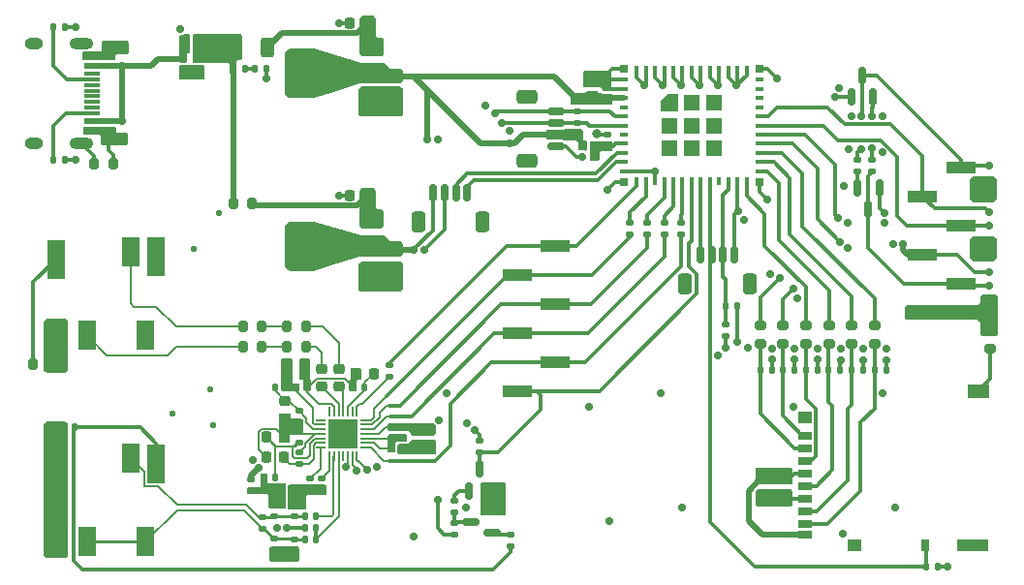
<source format=gbr>
%TF.GenerationSoftware,KiCad,Pcbnew,8.0.8-8.0.8-0~ubuntu24.04.1*%
%TF.CreationDate,2025-05-06T14:00:24+03:00*%
%TF.ProjectId,kicad_soundcard_dev_v0,6b696361-645f-4736-9f75-6e6463617264,rev?*%
%TF.SameCoordinates,Original*%
%TF.FileFunction,Copper,L1,Top*%
%TF.FilePolarity,Positive*%
%FSLAX46Y46*%
G04 Gerber Fmt 4.6, Leading zero omitted, Abs format (unit mm)*
G04 Created by KiCad (PCBNEW 8.0.8-8.0.8-0~ubuntu24.04.1) date 2025-05-06 14:00:24*
%MOMM*%
%LPD*%
G01*
G04 APERTURE LIST*
G04 Aperture macros list*
%AMRoundRect*
0 Rectangle with rounded corners*
0 $1 Rounding radius*
0 $2 $3 $4 $5 $6 $7 $8 $9 X,Y pos of 4 corners*
0 Add a 4 corners polygon primitive as box body*
4,1,4,$2,$3,$4,$5,$6,$7,$8,$9,$2,$3,0*
0 Add four circle primitives for the rounded corners*
1,1,$1+$1,$2,$3*
1,1,$1+$1,$4,$5*
1,1,$1+$1,$6,$7*
1,1,$1+$1,$8,$9*
0 Add four rect primitives between the rounded corners*
20,1,$1+$1,$2,$3,$4,$5,0*
20,1,$1+$1,$4,$5,$6,$7,0*
20,1,$1+$1,$6,$7,$8,$9,0*
20,1,$1+$1,$8,$9,$2,$3,0*%
%AMFreePoly0*
4,1,6,0.725000,-0.725000,-0.725000,-0.725000,-0.725000,0.125000,-0.125000,0.725000,0.725000,0.725000,0.725000,-0.725000,0.725000,-0.725000,$1*%
G04 Aperture macros list end*
%TA.AperFunction,SMDPad,CuDef*%
%ADD10R,0.800000X0.400000*%
%TD*%
%TA.AperFunction,SMDPad,CuDef*%
%ADD11R,0.400000X0.800000*%
%TD*%
%TA.AperFunction,SMDPad,CuDef*%
%ADD12FreePoly0,0.000000*%
%TD*%
%TA.AperFunction,SMDPad,CuDef*%
%ADD13R,1.450000X1.450000*%
%TD*%
%TA.AperFunction,SMDPad,CuDef*%
%ADD14R,0.700000X0.700000*%
%TD*%
%TA.AperFunction,SMDPad,CuDef*%
%ADD15RoundRect,0.135000X0.185000X-0.135000X0.185000X0.135000X-0.185000X0.135000X-0.185000X-0.135000X0*%
%TD*%
%TA.AperFunction,SMDPad,CuDef*%
%ADD16RoundRect,0.140000X-0.170000X0.140000X-0.170000X-0.140000X0.170000X-0.140000X0.170000X0.140000X0*%
%TD*%
%TA.AperFunction,SMDPad,CuDef*%
%ADD17RoundRect,0.135000X-0.185000X0.135000X-0.185000X-0.135000X0.185000X-0.135000X0.185000X0.135000X0*%
%TD*%
%TA.AperFunction,SMDPad,CuDef*%
%ADD18RoundRect,0.225000X-0.250000X0.225000X-0.250000X-0.225000X0.250000X-0.225000X0.250000X0.225000X0*%
%TD*%
%TA.AperFunction,SMDPad,CuDef*%
%ADD19R,2.510000X1.000000*%
%TD*%
%TA.AperFunction,SMDPad,CuDef*%
%ADD20RoundRect,0.140000X0.140000X0.170000X-0.140000X0.170000X-0.140000X-0.170000X0.140000X-0.170000X0*%
%TD*%
%TA.AperFunction,SMDPad,CuDef*%
%ADD21RoundRect,0.250000X-0.312500X-0.625000X0.312500X-0.625000X0.312500X0.625000X-0.312500X0.625000X0*%
%TD*%
%TA.AperFunction,SMDPad,CuDef*%
%ADD22RoundRect,0.150000X0.150000X-0.587500X0.150000X0.587500X-0.150000X0.587500X-0.150000X-0.587500X0*%
%TD*%
%TA.AperFunction,SMDPad,CuDef*%
%ADD23RoundRect,0.140000X0.170000X-0.140000X0.170000X0.140000X-0.170000X0.140000X-0.170000X-0.140000X0*%
%TD*%
%TA.AperFunction,SMDPad,CuDef*%
%ADD24RoundRect,0.200000X0.275000X-0.200000X0.275000X0.200000X-0.275000X0.200000X-0.275000X-0.200000X0*%
%TD*%
%TA.AperFunction,SMDPad,CuDef*%
%ADD25RoundRect,0.135000X-0.135000X-0.185000X0.135000X-0.185000X0.135000X0.185000X-0.135000X0.185000X0*%
%TD*%
%TA.AperFunction,SMDPad,CuDef*%
%ADD26RoundRect,0.200000X0.200000X0.275000X-0.200000X0.275000X-0.200000X-0.275000X0.200000X-0.275000X0*%
%TD*%
%TA.AperFunction,SMDPad,CuDef*%
%ADD27RoundRect,0.225000X0.225000X0.250000X-0.225000X0.250000X-0.225000X-0.250000X0.225000X-0.250000X0*%
%TD*%
%TA.AperFunction,SMDPad,CuDef*%
%ADD28R,1.500000X2.500000*%
%TD*%
%TA.AperFunction,SMDPad,CuDef*%
%ADD29R,1.500000X3.400000*%
%TD*%
%TA.AperFunction,SMDPad,CuDef*%
%ADD30RoundRect,0.225000X-0.225000X-0.250000X0.225000X-0.250000X0.225000X0.250000X-0.225000X0.250000X0*%
%TD*%
%TA.AperFunction,SMDPad,CuDef*%
%ADD31RoundRect,0.150000X-0.150000X0.587500X-0.150000X-0.587500X0.150000X-0.587500X0.150000X0.587500X0*%
%TD*%
%TA.AperFunction,SMDPad,CuDef*%
%ADD32RoundRect,0.150000X0.200000X-0.150000X0.200000X0.150000X-0.200000X0.150000X-0.200000X-0.150000X0*%
%TD*%
%TA.AperFunction,SMDPad,CuDef*%
%ADD33R,1.450000X0.600000*%
%TD*%
%TA.AperFunction,SMDPad,CuDef*%
%ADD34R,1.450000X0.300000*%
%TD*%
%TA.AperFunction,HeatsinkPad*%
%ADD35O,2.100000X1.000000*%
%TD*%
%TA.AperFunction,HeatsinkPad*%
%ADD36O,1.600000X1.000000*%
%TD*%
%TA.AperFunction,SMDPad,CuDef*%
%ADD37RoundRect,0.140000X-0.140000X-0.170000X0.140000X-0.170000X0.140000X0.170000X-0.140000X0.170000X0*%
%TD*%
%TA.AperFunction,SMDPad,CuDef*%
%ADD38RoundRect,0.200000X-0.200000X-0.275000X0.200000X-0.275000X0.200000X0.275000X-0.200000X0.275000X0*%
%TD*%
%TA.AperFunction,SMDPad,CuDef*%
%ADD39RoundRect,0.135000X0.135000X0.185000X-0.135000X0.185000X-0.135000X-0.185000X0.135000X-0.185000X0*%
%TD*%
%TA.AperFunction,SMDPad,CuDef*%
%ADD40RoundRect,0.150000X-0.200000X0.150000X-0.200000X-0.150000X0.200000X-0.150000X0.200000X0.150000X0*%
%TD*%
%TA.AperFunction,SMDPad,CuDef*%
%ADD41RoundRect,0.225000X0.250000X-0.225000X0.250000X0.225000X-0.250000X0.225000X-0.250000X-0.225000X0*%
%TD*%
%TA.AperFunction,SMDPad,CuDef*%
%ADD42RoundRect,0.147500X0.147500X0.172500X-0.147500X0.172500X-0.147500X-0.172500X0.147500X-0.172500X0*%
%TD*%
%TA.AperFunction,SMDPad,CuDef*%
%ADD43RoundRect,0.050000X0.387500X0.050000X-0.387500X0.050000X-0.387500X-0.050000X0.387500X-0.050000X0*%
%TD*%
%TA.AperFunction,SMDPad,CuDef*%
%ADD44RoundRect,0.050000X0.050000X0.387500X-0.050000X0.387500X-0.050000X-0.387500X0.050000X-0.387500X0*%
%TD*%
%TA.AperFunction,HeatsinkPad*%
%ADD45R,2.600000X2.600000*%
%TD*%
%TA.AperFunction,SMDPad,CuDef*%
%ADD46RoundRect,0.150000X0.150000X0.625000X-0.150000X0.625000X-0.150000X-0.625000X0.150000X-0.625000X0*%
%TD*%
%TA.AperFunction,SMDPad,CuDef*%
%ADD47RoundRect,0.250000X0.350000X0.650000X-0.350000X0.650000X-0.350000X-0.650000X0.350000X-0.650000X0*%
%TD*%
%TA.AperFunction,SMDPad,CuDef*%
%ADD48RoundRect,0.375000X0.625000X0.375000X-0.625000X0.375000X-0.625000X-0.375000X0.625000X-0.375000X0*%
%TD*%
%TA.AperFunction,SMDPad,CuDef*%
%ADD49RoundRect,0.500000X0.500000X1.400000X-0.500000X1.400000X-0.500000X-1.400000X0.500000X-1.400000X0*%
%TD*%
%TA.AperFunction,SMDPad,CuDef*%
%ADD50RoundRect,0.150000X0.625000X-0.150000X0.625000X0.150000X-0.625000X0.150000X-0.625000X-0.150000X0*%
%TD*%
%TA.AperFunction,SMDPad,CuDef*%
%ADD51RoundRect,0.250000X0.650000X-0.350000X0.650000X0.350000X-0.650000X0.350000X-0.650000X-0.350000X0*%
%TD*%
%TA.AperFunction,SMDPad,CuDef*%
%ADD52RoundRect,0.150000X0.587500X0.150000X-0.587500X0.150000X-0.587500X-0.150000X0.587500X-0.150000X0*%
%TD*%
%TA.AperFunction,SMDPad,CuDef*%
%ADD53RoundRect,0.147500X-0.147500X-0.172500X0.147500X-0.172500X0.147500X0.172500X-0.147500X0.172500X0*%
%TD*%
%TA.AperFunction,SMDPad,CuDef*%
%ADD54R,1.200000X0.700000*%
%TD*%
%TA.AperFunction,SMDPad,CuDef*%
%ADD55R,0.800000X1.000000*%
%TD*%
%TA.AperFunction,SMDPad,CuDef*%
%ADD56R,1.200000X1.000000*%
%TD*%
%TA.AperFunction,SMDPad,CuDef*%
%ADD57R,2.800000X1.000000*%
%TD*%
%TA.AperFunction,SMDPad,CuDef*%
%ADD58R,1.900000X1.300000*%
%TD*%
%TA.AperFunction,ViaPad*%
%ADD59C,0.700000*%
%TD*%
%TA.AperFunction,ViaPad*%
%ADD60C,0.800000*%
%TD*%
%TA.AperFunction,ViaPad*%
%ADD61C,0.550000*%
%TD*%
%TA.AperFunction,Conductor*%
%ADD62C,0.300000*%
%TD*%
%TA.AperFunction,Conductor*%
%ADD63C,0.500000*%
%TD*%
%TA.AperFunction,Conductor*%
%ADD64C,0.200000*%
%TD*%
%TA.AperFunction,Conductor*%
%ADD65C,0.150000*%
%TD*%
%TA.AperFunction,Conductor*%
%ADD66C,0.230000*%
%TD*%
%TA.AperFunction,Conductor*%
%ADD67C,0.349300*%
%TD*%
G04 APERTURE END LIST*
D10*
%TO.P,U201,1,GND*%
%TO.N,GND*%
X192600000Y-67300000D03*
%TO.P,U201,2,GND*%
X192600000Y-68100000D03*
%TO.P,U201,3,3V3*%
%TO.N,+3.3V*%
X192600000Y-68900000D03*
%TO.P,U201,4,NC*%
%TO.N,unconnected-(U201-NC-Pad4)*%
X192600000Y-69700000D03*
%TO.P,U201,5,GPIO2/ADC1_CH2*%
%TO.N,I2C_SCL*%
X192600000Y-70500000D03*
%TO.P,U201,6,GPIO3/ADC1_CH3*%
%TO.N,I2C_SDA*%
X192600000Y-71300000D03*
%TO.P,U201,7,NC*%
%TO.N,unconnected-(U201-NC-Pad7)*%
X192600000Y-72100000D03*
%TO.P,U201,8,EN/CHIP_PU*%
%TO.N,/MCU/CHIP_PU*%
X192600000Y-72900000D03*
%TO.P,U201,9,MTMS/GPIO4/ADC1_CH4*%
%TO.N,/MCU/STRAP_MTMS*%
X192600000Y-73700000D03*
%TO.P,U201,10,MTDI/GPIO5/ADC1_CH5*%
%TO.N,/MCU/STRAP_MTDI*%
X192600000Y-74500000D03*
%TO.P,U201,11,GND*%
%TO.N,GND*%
X192600000Y-75300000D03*
D11*
%TO.P,U201,12,GPIO0/ADC1_CH0/XTAL_32K_P*%
%TO.N,I2S_DOUT*%
X193700000Y-76200000D03*
%TO.P,U201,13,GPIO1/ADC1_CH1/XTAL_32K_N*%
%TO.N,I2S_LRCK*%
X194500000Y-76200000D03*
%TO.P,U201,14,GND*%
%TO.N,GND*%
X195300000Y-76200000D03*
%TO.P,U201,15,MTCK/GPIO6/ADC1_CH6*%
%TO.N,I2S_DIN*%
X196100000Y-76200000D03*
%TO.P,U201,16,MTDO/GPIO7*%
%TO.N,I2S_BCK*%
X196900000Y-76200000D03*
%TO.P,U201,17,GPIO12/USB_D-*%
%TO.N,I2S_MCLK*%
X197700000Y-76200000D03*
%TO.P,U201,18,GPIO13/USB_D+*%
%TO.N,AUX_IN_DETECT*%
X198500000Y-76200000D03*
%TO.P,U201,19,GPIO14*%
%TO.N,/MCU/MCU_GPIO14*%
X199300000Y-76200000D03*
%TO.P,U201,20,GPIO15*%
%TO.N,/MCU/SD_DETECT*%
X200100000Y-76200000D03*
%TO.P,U201,21,NC*%
%TO.N,unconnected-(U201-NC-Pad21)*%
X200900000Y-76200000D03*
%TO.P,U201,22,GPIO8*%
%TO.N,/MCU/STRAP_GPIO8*%
X201700000Y-76200000D03*
%TO.P,U201,23,GPIO9*%
%TO.N,/MCU/STRAP_GPIO_9*%
X202500000Y-76200000D03*
%TO.P,U201,24,GPIO18*%
%TO.N,/MCU/SDIO_CMD*%
X203300000Y-76200000D03*
D10*
%TO.P,U201,25,GPIO19*%
%TO.N,/MCU/SDIO_CLK*%
X204400000Y-75300000D03*
%TO.P,U201,26,GPIO20*%
%TO.N,/MCU/SDIO_DAT0*%
X204400000Y-74500000D03*
%TO.P,U201,27,GPIO21*%
%TO.N,/MCU/SDIO_DAT1*%
X204400000Y-73700000D03*
%TO.P,U201,28,GPIO22*%
%TO.N,/MCU/SDIO_DAT2*%
X204400000Y-72900000D03*
%TO.P,U201,29,GPIO23*%
%TO.N,/MCU/SDIO_DAT3*%
X204400000Y-72100000D03*
%TO.P,U201,30,U0RXD/GPIO17*%
%TO.N,/MCU/UART0_RX*%
X204400000Y-71300000D03*
%TO.P,U201,31,U0TXD/GPIO16*%
%TO.N,/MCU/UART0_TX*%
X204400000Y-70500000D03*
%TO.P,U201,32,NC*%
%TO.N,unconnected-(U201-NC-Pad32)*%
X204400000Y-69700000D03*
%TO.P,U201,33,NC*%
%TO.N,unconnected-(U201-NC-Pad33)*%
X204400000Y-68900000D03*
%TO.P,U201,34,NC*%
%TO.N,unconnected-(U201-NC-Pad34)*%
X204400000Y-68100000D03*
%TO.P,U201,35,NC*%
%TO.N,unconnected-(U201-NC-Pad35)*%
X204400000Y-67300000D03*
D11*
%TO.P,U201,36,GND*%
%TO.N,GND*%
X203300000Y-66400000D03*
%TO.P,U201,37,GND*%
X202500000Y-66400000D03*
%TO.P,U201,38,GND*%
X201700000Y-66400000D03*
%TO.P,U201,39,GND*%
X200900000Y-66400000D03*
%TO.P,U201,40,GND*%
X200100000Y-66400000D03*
%TO.P,U201,41,GND*%
X199300000Y-66400000D03*
%TO.P,U201,42,GND*%
X198500000Y-66400000D03*
%TO.P,U201,43,GND*%
X197700000Y-66400000D03*
%TO.P,U201,44,GND*%
X196900000Y-66400000D03*
%TO.P,U201,45,GND*%
X196100000Y-66400000D03*
%TO.P,U201,46,GND*%
X195300000Y-66400000D03*
%TO.P,U201,47,GND*%
X194500000Y-66400000D03*
%TO.P,U201,48,GND*%
X193700000Y-66400000D03*
D12*
%TO.P,U201,49,GND*%
X196525000Y-69325000D03*
D13*
X196525000Y-71300000D03*
X196525000Y-73275000D03*
X198500000Y-69325000D03*
X198500000Y-71300000D03*
X198500000Y-73275000D03*
X200475000Y-69325000D03*
X200475000Y-71300000D03*
X200475000Y-73275000D03*
D14*
%TO.P,U201,50,GND*%
X204450000Y-66350000D03*
%TO.P,U201,51,GND*%
X204450000Y-76250000D03*
%TO.P,U201,52,GND*%
X192550000Y-76250000D03*
%TO.P,U201,53,GND*%
X192550000Y-66350000D03*
%TD*%
D15*
%TO.P,R202,1*%
%TO.N,+3.3V*%
X188500000Y-72100000D03*
%TO.P,R202,2*%
%TO.N,I2C_SDA*%
X188500000Y-71080000D03*
%TD*%
D16*
%TO.P,C416,1*%
%TO.N,/Audio CODEC/LIN2_GND*%
X166187500Y-102150000D03*
%TO.P,C416,2*%
%TO.N,GND*%
X166187500Y-103110000D03*
%TD*%
D17*
%TO.P,R415,1*%
%TO.N,/Audio CODEC/AUX_In_-*%
X162000000Y-107440000D03*
%TO.P,R415,2*%
%TO.N,GND*%
X162000000Y-108460000D03*
%TD*%
D18*
%TO.P,C106,1*%
%TO.N,+3.3V*%
X172630000Y-67015000D03*
%TO.P,C106,2*%
%TO.N,GND*%
X172630000Y-68565000D03*
%TD*%
D17*
%TO.P,R405,1*%
%TO.N,I2S_BCK*%
X196100000Y-79780000D03*
%TO.P,R405,2*%
%TO.N,ES8388_I2S_BCK*%
X196100000Y-80800000D03*
%TD*%
D19*
%TO.P,J203,1,Pin_1*%
%TO.N,I2S_DOUT*%
X186600000Y-81850000D03*
%TO.P,J203,2,Pin_2*%
%TO.N,ES8388_I2S_LRCK*%
X183290000Y-84390000D03*
%TO.P,J203,3,Pin_3*%
%TO.N,ES8388_I2S_DIN*%
X186600000Y-86930000D03*
%TO.P,J203,4,Pin_4*%
%TO.N,ES8388_I2S_BCK*%
X183290000Y-89470000D03*
%TO.P,J203,5,Pin_5*%
%TO.N,ES8388_I2S_MCLK*%
X186600000Y-92010000D03*
%TO.P,J203,6,Pin_6*%
%TO.N,AUX_IN_DETECT*%
X183290000Y-94550000D03*
%TD*%
D20*
%TO.P,C418,1*%
%TO.N,/Audio CODEC/ES8388_AuxIn+*%
X165680000Y-105450000D03*
%TO.P,C418,2*%
%TO.N,/Audio CODEC/AUX_In_+*%
X164720000Y-105450000D03*
%TD*%
D21*
%TO.P,R106,1*%
%TO.N,+5V*%
X158465000Y-64520000D03*
%TO.P,R106,2*%
%TO.N,/Power/5V_Filt_D*%
X161390000Y-64520000D03*
%TD*%
D16*
%TO.P,C419,1*%
%TO.N,/Audio CODEC/AUX_In_+*%
X161000000Y-105570000D03*
%TO.P,C419,2*%
%TO.N,/Audio CODEC/AUX_In_-*%
X161000000Y-106530000D03*
%TD*%
D17*
%TO.P,R422,1*%
%TO.N,/Audio CODEC/Q2_G*%
X177750000Y-104140000D03*
%TO.P,R422,2*%
%TO.N,/Audio CODEC/Q1_D*%
X177750000Y-105160000D03*
%TD*%
D22*
%TO.P,Q402,1,G*%
%TO.N,/Audio CODEC/Q2_G*%
X179000000Y-103225000D03*
%TO.P,Q402,2,S*%
%TO.N,GND*%
X180900000Y-103225000D03*
%TO.P,Q402,3,D*%
%TO.N,AUX_IN_DETECT*%
X179950000Y-101350000D03*
%TD*%
D23*
%TO.P,C402,1*%
%TO.N,/Audio CODEC/ES8388_DVDD*%
X172287500Y-98630000D03*
%TO.P,C402,2*%
%TO.N,GND*%
X172287500Y-97670000D03*
%TD*%
D16*
%TO.P,C101,1*%
%TO.N,VBUS*%
X154075000Y-65460000D03*
%TO.P,C101,2*%
%TO.N,GND*%
X154075000Y-66420000D03*
%TD*%
D24*
%TO.P,R216,1*%
%TO.N,/MCU/uSD_CMD*%
X208500000Y-90425000D03*
%TO.P,R216,2*%
%TO.N,/MCU/SDIO_CMD*%
X208500000Y-88775000D03*
%TD*%
%TO.P,R221,1*%
%TO.N,/MCU/SD_Shield_Diconnect*%
X224600000Y-90825000D03*
%TO.P,R221,2*%
%TO.N,GND*%
X224600000Y-89175000D03*
%TD*%
D20*
%TO.P,C420,1*%
%TO.N,/Audio CODEC/ES8388_AuxIn-*%
X165700000Y-107450000D03*
%TO.P,C420,2*%
%TO.N,/Audio CODEC/AUX_In_-*%
X164740000Y-107450000D03*
%TD*%
D25*
%TO.P,R213,1*%
%TO.N,/MCU/uSD_DAT2*%
X206490000Y-92700000D03*
%TO.P,R213,2*%
%TO.N,+3.3V*%
X207510000Y-92700000D03*
%TD*%
D26*
%TO.P,R420,1*%
%TO.N,GND*%
X142625000Y-92200000D03*
%TO.P,R420,2*%
%TO.N,Net-(J402-PadR2)*%
X140975000Y-92200000D03*
%TD*%
D17*
%TO.P,R206,1*%
%TO.N,/MCU/FTDI_RTS*%
X212995000Y-74280000D03*
%TO.P,R206,2*%
%TO.N,/MCU/RTS*%
X212995000Y-75300000D03*
%TD*%
D25*
%TO.P,R101,1*%
%TO.N,Net-(J101-CC2)*%
X142740000Y-74300000D03*
%TO.P,R101,2*%
%TO.N,GND*%
X143760000Y-74300000D03*
%TD*%
D24*
%TO.P,R219,1*%
%TO.N,/MCU/uSD_DAT1*%
X214500000Y-90400000D03*
%TO.P,R219,2*%
%TO.N,/MCU/SDIO_DAT1*%
X214500000Y-88750000D03*
%TD*%
D18*
%TO.P,C405,1*%
%TO.N,/Audio CODEC/ES8388_AVDD*%
X162990000Y-95360000D03*
%TO.P,C405,2*%
%TO.N,GND*%
X162990000Y-96910000D03*
%TD*%
D15*
%TO.P,R423,1*%
%TO.N,+3.3V*%
X177750000Y-107060000D03*
%TO.P,R423,2*%
%TO.N,/Audio CODEC/Q1_D*%
X177750000Y-106040000D03*
%TD*%
D23*
%TO.P,C411,1*%
%TO.N,/Audio CODEC/ES8388_VMID*%
X164190000Y-100850000D03*
%TO.P,C411,2*%
%TO.N,GND*%
X164190000Y-99890000D03*
%TD*%
D18*
%TO.P,C425,1*%
%TO.N,Net-(C425-Pad1)*%
X167650000Y-92575000D03*
%TO.P,C425,2*%
%TO.N,/Audio CODEC/ES8388_ROut*%
X167650000Y-94125000D03*
%TD*%
D27*
%TO.P,C103,1*%
%TO.N,/Power/5V_Filt_A*%
X170175000Y-77400000D03*
%TO.P,C103,2*%
%TO.N,GND*%
X168625000Y-77400000D03*
%TD*%
D24*
%TO.P,R217,1*%
%TO.N,/MCU/uSD_CLK*%
X210500000Y-90425000D03*
%TO.P,R217,2*%
%TO.N,/MCU/SDIO_CLK*%
X210500000Y-88775000D03*
%TD*%
%TO.P,R214,1*%
%TO.N,/MCU/uSD_DAT2*%
X206500000Y-90425000D03*
%TO.P,R214,2*%
%TO.N,/MCU/SDIO_DAT2*%
X206500000Y-88775000D03*
%TD*%
D17*
%TO.P,R406,1*%
%TO.N,I2S_DIN*%
X194600000Y-79790000D03*
%TO.P,R406,2*%
%TO.N,ES8388_I2S_DIN*%
X194600000Y-80810000D03*
%TD*%
%TO.P,R424,1*%
%TO.N,+3.3V*%
X179950000Y-98840000D03*
%TO.P,R424,2*%
%TO.N,AUX_IN_DETECT*%
X179950000Y-99860000D03*
%TD*%
D28*
%TO.P,J401,R1*%
%TO.N,/Audio CODEC/AUX_In_-*%
X145700000Y-107700000D03*
%TO.P,J401,R1N*%
X150800000Y-107700000D03*
D29*
%TO.P,J401,R2*%
%TO.N,GND*%
X143000000Y-101050000D03*
D28*
%TO.P,J401,S*%
X143000000Y-107700000D03*
%TO.P,J401,T*%
%TO.N,/Audio CODEC/AUX_In_+*%
X149500000Y-100400000D03*
D29*
%TO.P,J401,TN*%
%TO.N,/Audio CODEC/AUX_Det*%
X151700000Y-100850000D03*
%TD*%
D17*
%TO.P,R411,1*%
%TO.N,/Audio CODEC/AUX_VREF*%
X162000000Y-104430000D03*
%TO.P,R411,2*%
%TO.N,/Audio CODEC/AUX_In_+*%
X162000000Y-105450000D03*
%TD*%
D24*
%TO.P,R218,1*%
%TO.N,/MCU/uSD_DAT0*%
X212500000Y-90425000D03*
%TO.P,R218,2*%
%TO.N,/MCU/SDIO_DAT0*%
X212500000Y-88775000D03*
%TD*%
D17*
%TO.P,R414,1*%
%TO.N,+3.3VA*%
X159987500Y-102240000D03*
%TO.P,R414,2*%
%TO.N,/Audio CODEC/AUX_VREF*%
X159987500Y-103260000D03*
%TD*%
D25*
%TO.P,R412,1*%
%TO.N,GND*%
X143590000Y-97700000D03*
%TO.P,R412,2*%
%TO.N,/Audio CODEC/AUX_Det*%
X144610000Y-97700000D03*
%TD*%
D30*
%TO.P,C423,1*%
%TO.N,/Audio CODEC/AUX_VREF*%
X162150000Y-103250000D03*
%TO.P,C423,2*%
%TO.N,GND*%
X163700000Y-103250000D03*
%TD*%
D26*
%TO.P,R418,1*%
%TO.N,Net-(R416-Pad1)*%
X160925000Y-90600000D03*
%TO.P,R418,2*%
%TO.N,/Audio CODEC/Phones_Out_L*%
X159275000Y-90600000D03*
%TD*%
D16*
%TO.P,C417,1*%
%TO.N,GND*%
X163800000Y-104470000D03*
%TO.P,C417,2*%
%TO.N,/Audio CODEC/AUX_In_+*%
X163800000Y-105430000D03*
%TD*%
D31*
%TO.P,Q202,1,C*%
%TO.N,/MCU/STRAP_GPIO_9*%
X214895000Y-76740000D03*
%TO.P,Q202,2,B*%
%TO.N,/MCU/RTS*%
X212995000Y-76740000D03*
%TO.P,Q202,3,E*%
%TO.N,/MCU/FTDI_DTR*%
X213945000Y-78615000D03*
%TD*%
D18*
%TO.P,C206,1*%
%TO.N,+3.3V*%
X205500000Y-102125000D03*
%TO.P,C206,2*%
%TO.N,GND*%
X205500000Y-103675000D03*
%TD*%
D32*
%TO.P,D101,1,A1*%
%TO.N,GND*%
X148750000Y-64650000D03*
%TO.P,D101,2,A2*%
%TO.N,VBUS*%
X148750000Y-66050000D03*
%TD*%
D27*
%TO.P,C105,1*%
%TO.N,/Power/5V_Filt_D*%
X170175000Y-62350000D03*
%TO.P,C105,2*%
%TO.N,GND*%
X168625000Y-62350000D03*
%TD*%
D17*
%TO.P,R404,1*%
%TO.N,I2S_MCLK*%
X197600000Y-79790000D03*
%TO.P,R404,2*%
%TO.N,ES8388_I2S_MCLK*%
X197600000Y-80810000D03*
%TD*%
D16*
%TO.P,C207,1*%
%TO.N,+3.3V*%
X206800000Y-102420000D03*
%TO.P,C207,2*%
%TO.N,GND*%
X206800000Y-103380000D03*
%TD*%
D33*
%TO.P,J101,A1,GND*%
%TO.N,GND*%
X146085000Y-65250000D03*
%TO.P,J101,A4,VBUS*%
%TO.N,VBUS*%
X146085000Y-66050000D03*
D34*
%TO.P,J101,A5,CC1*%
%TO.N,Net-(J101-CC1)*%
X146085000Y-67250000D03*
%TO.P,J101,A6,D+*%
%TO.N,unconnected-(J101-D+-PadA6)*%
X146085000Y-68250000D03*
%TO.P,J101,A7,D-*%
%TO.N,unconnected-(J101-D--PadA7)*%
X146085000Y-68750000D03*
%TO.P,J101,A8,SBU1*%
%TO.N,unconnected-(J101-SBU1-PadA8)*%
X146085000Y-69750000D03*
D33*
%TO.P,J101,A9,VBUS*%
%TO.N,VBUS*%
X146085000Y-70950000D03*
%TO.P,J101,A12,GND*%
%TO.N,GND*%
X146085000Y-71750000D03*
%TO.P,J101,B1,GND*%
X146085000Y-71750000D03*
%TO.P,J101,B4,VBUS*%
%TO.N,VBUS*%
X146085000Y-70950000D03*
D34*
%TO.P,J101,B5,CC2*%
%TO.N,Net-(J101-CC2)*%
X146085000Y-70250000D03*
%TO.P,J101,B6,D+*%
%TO.N,unconnected-(J101-D+-PadB6)*%
X146085000Y-69250000D03*
%TO.P,J101,B7,D-*%
%TO.N,unconnected-(J101-D--PadB7)*%
X146085000Y-67750000D03*
%TO.P,J101,B8,SBU2*%
%TO.N,unconnected-(J101-SBU2-PadB8)*%
X146085000Y-66750000D03*
D33*
%TO.P,J101,B9,VBUS*%
%TO.N,VBUS*%
X146085000Y-66050000D03*
%TO.P,J101,B12,GND*%
%TO.N,GND*%
X146085000Y-65250000D03*
D35*
%TO.P,J101,S1,SHIELD*%
%TO.N,/Power/USB_shield_disconnect*%
X145170000Y-64180000D03*
D36*
X140990000Y-64180000D03*
D35*
X145170000Y-72820000D03*
D36*
X140990000Y-72820000D03*
%TD*%
D19*
%TO.P,J202,1,Pin_1*%
%TO.N,GND*%
X218700000Y-87660000D03*
%TO.P,J202,2,Pin_2*%
%TO.N,/MCU/FTDI_DTR*%
X222010000Y-85120000D03*
%TO.P,J202,3,Pin_3*%
%TO.N,VBUS*%
X218700000Y-82580000D03*
%TO.P,J202,4,Pin_4*%
%TO.N,/MCU/UART0_RX*%
X222010000Y-80040000D03*
%TO.P,J202,5,Pin_5*%
%TO.N,/MCU/UART0_TX*%
X218700000Y-77500000D03*
%TO.P,J202,6,Pin_6*%
%TO.N,/MCU/FTDI_RTS*%
X222010000Y-74960000D03*
%TD*%
D37*
%TO.P,C422,1*%
%TO.N,/Audio CODEC/AUX_VREF*%
X164740000Y-106450000D03*
%TO.P,C422,2*%
%TO.N,/Audio CODEC/ES8388_AuxIn-*%
X165700000Y-106450000D03*
%TD*%
D38*
%TO.P,R416,1*%
%TO.N,Net-(R416-Pad1)*%
X163150000Y-90600000D03*
%TO.P,R416,2*%
%TO.N,Net-(C424-Pad1)*%
X164800000Y-90600000D03*
%TD*%
D39*
%TO.P,R413,1*%
%TO.N,/Audio CODEC/ES8388_ADCVREF*%
X162110000Y-102050000D03*
%TO.P,R413,2*%
%TO.N,/Audio CODEC/AUX_VREF*%
X161090000Y-102050000D03*
%TD*%
D23*
%TO.P,C205,1*%
%TO.N,/MCU/CHIP_PU*%
X191150000Y-73100000D03*
%TO.P,C205,2*%
%TO.N,GND*%
X191150000Y-72140000D03*
%TD*%
D40*
%TO.P,D201,1,A1*%
%TO.N,GND*%
X224500000Y-86680000D03*
%TO.P,D201,2,A2*%
%TO.N,/MCU/FTDI_DTR*%
X224500000Y-85280000D03*
%TD*%
D39*
%TO.P,R403,1*%
%TO.N,+3.3VA*%
X163085000Y-94175000D03*
%TO.P,R403,2*%
%TO.N,/Audio CODEC/ES8388_AVDD*%
X162065000Y-94175000D03*
%TD*%
D25*
%TO.P,R204,1*%
%TO.N,/MCU/STRAP_GPIO8*%
X201460000Y-87070000D03*
%TO.P,R204,2*%
%TO.N,+3.3V*%
X202480000Y-87070000D03*
%TD*%
D41*
%TO.P,C401,1*%
%TO.N,+3.3V*%
X174487500Y-99425000D03*
%TO.P,C401,2*%
%TO.N,GND*%
X174487500Y-97875000D03*
%TD*%
D26*
%TO.P,R419,1*%
%TO.N,Net-(R417-Pad1)*%
X160950000Y-88900000D03*
%TO.P,R419,2*%
%TO.N,/Audio CODEC/Phones_Out_R*%
X159300000Y-88900000D03*
%TD*%
D42*
%TO.P,D103,1,K*%
%TO.N,GND*%
X161300000Y-66320000D03*
%TO.P,D103,2,A*%
%TO.N,Net-(D103-A)*%
X160330000Y-66320000D03*
%TD*%
D32*
%TO.P,D202,1,A1*%
%TO.N,GND*%
X224500000Y-82760000D03*
%TO.P,D202,2,A2*%
%TO.N,VBUS*%
X224500000Y-84160000D03*
%TD*%
D38*
%TO.P,R103,1*%
%TO.N,/Power/USB_shield_disconnect*%
X146275000Y-74650000D03*
%TO.P,R103,2*%
%TO.N,GND*%
X147925000Y-74650000D03*
%TD*%
D27*
%TO.P,C412,1*%
%TO.N,/Audio CODEC/ES8388_VMID*%
X162882500Y-100320000D03*
%TO.P,C412,2*%
%TO.N,GND*%
X161332500Y-100320000D03*
%TD*%
D38*
%TO.P,R417,1*%
%TO.N,Net-(R417-Pad1)*%
X163150000Y-88900000D03*
%TO.P,R417,2*%
%TO.N,Net-(C425-Pad1)*%
X164800000Y-88900000D03*
%TD*%
D16*
%TO.P,C415,1*%
%TO.N,/Audio CODEC/RIN2_GND*%
X165187500Y-102150000D03*
%TO.P,C415,2*%
%TO.N,GND*%
X165187500Y-103110000D03*
%TD*%
D43*
%TO.P,U401,1,MCLK*%
%TO.N,ES8388_I2S_MCLK*%
X169987500Y-99450000D03*
%TO.P,U401,2,DVDD*%
%TO.N,/Audio CODEC/ES8388_DVDD*%
X169987500Y-99050000D03*
%TO.P,U401,3,PVDD*%
X169987500Y-98650000D03*
%TO.P,U401,4,DGND*%
%TO.N,GND*%
X169987500Y-98250000D03*
%TO.P,U401,5,SCLK*%
%TO.N,ES8388_I2S_BCK*%
X169987500Y-97850000D03*
%TO.P,U401,6,DSDIN*%
%TO.N,ES8388_I2S_DIN*%
X169987500Y-97450000D03*
%TO.P,U401,7,LRCK*%
%TO.N,ES8388_I2S_LRCK*%
X169987500Y-97050000D03*
D44*
%TO.P,U401,8,ASDOUT*%
%TO.N,ES8388_I2S_DOUT*%
X169250000Y-96312500D03*
%TO.P,U401,9,NC*%
%TO.N,unconnected-(U401-NC-Pad9)*%
X168850000Y-96312500D03*
%TO.P,U401,10,VREF*%
%TO.N,/Audio CODEC/ES8388_VREF*%
X168450000Y-96312500D03*
%TO.P,U401,11,ROUT1*%
%TO.N,/Audio CODEC/ES8388_ROut*%
X168050000Y-96312500D03*
%TO.P,U401,12,LOUT1*%
%TO.N,/Audio CODEC/ES8388_LOut*%
X167650000Y-96312500D03*
%TO.P,U401,13,HPGND*%
%TO.N,GND*%
X167250000Y-96312500D03*
%TO.P,U401,14,ROUT2*%
%TO.N,unconnected-(U401-ROUT2-Pad14)*%
X166850000Y-96312500D03*
D43*
%TO.P,U401,15,LOUT2*%
%TO.N,unconnected-(U401-LOUT2-Pad15)*%
X166112500Y-97050000D03*
%TO.P,U401,16,HPVDD*%
%TO.N,+3.3VA*%
X166112500Y-97450000D03*
%TO.P,U401,17,AVDD*%
%TO.N,/Audio CODEC/ES8388_AVDD*%
X166112500Y-97850000D03*
%TO.P,U401,18,AGND*%
%TO.N,GND*%
X166112500Y-98250000D03*
%TO.P,U401,19,ADCVREF*%
%TO.N,/Audio CODEC/ES8388_ADCVREF*%
X166112500Y-98650000D03*
%TO.P,U401,20,VMID*%
%TO.N,/Audio CODEC/ES8388_VMID*%
X166112500Y-99050000D03*
%TO.P,U401,21,RIN2*%
%TO.N,/Audio CODEC/RIN2_GND*%
X166112500Y-99450000D03*
D44*
%TO.P,U401,22,LIN2*%
%TO.N,/Audio CODEC/LIN2_GND*%
X166850000Y-100187500D03*
%TO.P,U401,23,RIN1*%
%TO.N,/Audio CODEC/ES8388_AuxIn+*%
X167250000Y-100187500D03*
%TO.P,U401,24,LIN1*%
%TO.N,/Audio CODEC/ES8388_AuxIn-*%
X167650000Y-100187500D03*
%TO.P,U401,25,NC*%
%TO.N,unconnected-(U401-NC-Pad25)*%
X168050000Y-100187500D03*
%TO.P,U401,26,CE*%
%TO.N,GND*%
X168450000Y-100187500D03*
%TO.P,U401,27,CDATA*%
%TO.N,/Audio CODEC/ES8388_I2C_CDATA*%
X168850000Y-100187500D03*
%TO.P,U401,28,CCLK*%
%TO.N,/Audio CODEC/ES8388_I2C_CCLK*%
X169250000Y-100187500D03*
D45*
%TO.P,U401,29,PAD*%
%TO.N,unconnected-(U401-PAD-Pad29)*%
X168050000Y-98250000D03*
%TD*%
D15*
%TO.P,R203,1*%
%TO.N,WS2812B_D*%
X201500000Y-89710000D03*
%TO.P,R203,2*%
%TO.N,/MCU/STRAP_GPIO8*%
X201500000Y-88690000D03*
%TD*%
D23*
%TO.P,C202,1*%
%TO.N,+3.3V*%
X191150000Y-68880000D03*
%TO.P,C202,2*%
%TO.N,GND*%
X191150000Y-67920000D03*
%TD*%
D46*
%TO.P,J206,1,Pin_1*%
%TO.N,/MCU/STRAP_GPIO_9*%
X202250000Y-82625000D03*
%TO.P,J206,2,Pin_2*%
%TO.N,/MCU/STRAP_GPIO8*%
X201250000Y-82625000D03*
%TO.P,J206,3,Pin_3*%
%TO.N,/MCU/SD_DETECT*%
X200250000Y-82625000D03*
%TO.P,J206,4,Pin_4*%
%TO.N,/MCU/MCU_GPIO14*%
X199250000Y-82625000D03*
D47*
%TO.P,J206,MP,MountPin*%
%TO.N,unconnected-(J206-MountPin-PadMP)_1*%
X203550000Y-85150000D03*
%TO.N,unconnected-(J206-MountPin-PadMP)*%
X197950000Y-85150000D03*
%TD*%
D27*
%TO.P,C408,1*%
%TO.N,/Audio CODEC/ES8388_VREF*%
X170700000Y-92975000D03*
%TO.P,C408,2*%
%TO.N,GND*%
X169150000Y-92975000D03*
%TD*%
D15*
%TO.P,R205,1*%
%TO.N,/MCU/FTDI_DTR*%
X214295000Y-75300000D03*
%TO.P,R205,2*%
%TO.N,/MCU/DTR*%
X214295000Y-74280000D03*
%TD*%
D25*
%TO.P,R208,1*%
%TO.N,/MCU/uSD_DAT1*%
X214480000Y-92700000D03*
%TO.P,R208,2*%
%TO.N,+3.3V*%
X215500000Y-92700000D03*
%TD*%
D48*
%TO.P,U102,1,GND*%
%TO.N,GND*%
X170530000Y-69027500D03*
%TO.P,U102,2,VO*%
%TO.N,+3.3V*%
X170530000Y-66727500D03*
D49*
X164230000Y-66727500D03*
D48*
%TO.P,U102,3,VI*%
%TO.N,/Power/5V_Filt_D*%
X170530000Y-64427500D03*
%TD*%
D25*
%TO.P,R211,1*%
%TO.N,/MCU/uSD_CMD*%
X208490000Y-92700000D03*
%TO.P,R211,2*%
%TO.N,+3.3V*%
X209510000Y-92700000D03*
%TD*%
D16*
%TO.P,C102,1*%
%TO.N,+5V*%
X155475000Y-65440000D03*
%TO.P,C102,2*%
%TO.N,GND*%
X155475000Y-66400000D03*
%TD*%
D17*
%TO.P,R402,1*%
%TO.N,GND*%
X173287500Y-97640000D03*
%TO.P,R402,2*%
%TO.N,/Audio CODEC/ES8388_DVDD*%
X173287500Y-98660000D03*
%TD*%
D50*
%TO.P,J205,1,Pin_1*%
%TO.N,GND*%
X186625000Y-73100000D03*
%TO.P,J205,2,Pin_2*%
%TO.N,+3.3V*%
X186625000Y-72100000D03*
%TO.P,J205,3,Pin_3*%
%TO.N,I2C_SDA*%
X186625000Y-71100000D03*
%TO.P,J205,4,Pin_4*%
%TO.N,I2C_SCL*%
X186625000Y-70100000D03*
D51*
%TO.P,J205,MP,MountPin*%
%TO.N,unconnected-(J205-MountPin-PadMP)*%
X184100000Y-74400000D03*
%TO.N,unconnected-(J205-MountPin-PadMP)_1*%
X184100000Y-68800000D03*
%TD*%
D46*
%TO.P,J204,1,Pin_1*%
%TO.N,/MCU/STRAP_MTDI*%
X178900000Y-77175000D03*
%TO.P,J204,2,Pin_2*%
%TO.N,/MCU/STRAP_MTMS*%
X177900000Y-77175000D03*
%TO.P,J204,3,Pin_3*%
%TO.N,GND*%
X176900000Y-77175000D03*
%TO.P,J204,4,Pin_4*%
%TO.N,+3.3VA*%
X175900000Y-77175000D03*
D47*
%TO.P,J204,MP,MountPin*%
%TO.N,unconnected-(J204-MountPin-PadMP)*%
X180200000Y-79700000D03*
%TO.N,unconnected-(J204-MountPin-PadMP)_1*%
X174600000Y-79700000D03*
%TD*%
D25*
%TO.P,R210,1*%
%TO.N,/MCU/uSD_CLK*%
X210480000Y-92700000D03*
%TO.P,R210,2*%
%TO.N,+3.3V*%
X211500000Y-92700000D03*
%TD*%
D30*
%TO.P,C403,1*%
%TO.N,+3.3VA*%
X163125000Y-92975000D03*
%TO.P,C403,2*%
%TO.N,GND*%
X164675000Y-92975000D03*
%TD*%
D38*
%TO.P,R105,1*%
%TO.N,+5V*%
X158425000Y-78150000D03*
%TO.P,R105,2*%
%TO.N,/Power/5V_Filt_A*%
X160075000Y-78150000D03*
%TD*%
D17*
%TO.P,R408,1*%
%TO.N,I2S_DOUT*%
X172100000Y-92240000D03*
%TO.P,R408,2*%
%TO.N,ES8388_I2S_DOUT*%
X172100000Y-93260000D03*
%TD*%
D39*
%TO.P,R207,1*%
%TO.N,/MCU/CHIP_PU*%
X190010000Y-73100000D03*
%TO.P,R207,2*%
%TO.N,+3.3V*%
X188990000Y-73100000D03*
%TD*%
D22*
%TO.P,Q201,1,C*%
%TO.N,/MCU/CHIP_PU*%
X212450000Y-68800000D03*
%TO.P,Q201,2,B*%
%TO.N,/MCU/DTR*%
X214350000Y-68800000D03*
%TO.P,Q201,3,E*%
%TO.N,/MCU/FTDI_RTS*%
X213400000Y-66925000D03*
%TD*%
D16*
%TO.P,C406,1*%
%TO.N,/Audio CODEC/ES8388_AVDD*%
X164190000Y-96255000D03*
%TO.P,C406,2*%
%TO.N,GND*%
X164190000Y-97215000D03*
%TD*%
D18*
%TO.P,C104,1*%
%TO.N,+3.3VA*%
X172550000Y-82225000D03*
%TO.P,C104,2*%
%TO.N,GND*%
X172550000Y-83775000D03*
%TD*%
D32*
%TO.P,D204,1,A1*%
%TO.N,GND*%
X224500000Y-77480000D03*
%TO.P,D204,2,A2*%
%TO.N,/MCU/UART0_TX*%
X224500000Y-78880000D03*
%TD*%
D23*
%TO.P,C409,1*%
%TO.N,/Audio CODEC/ES8388_ADCVREF*%
X164190000Y-99030000D03*
%TO.P,C409,2*%
%TO.N,GND*%
X164190000Y-98070000D03*
%TD*%
D40*
%TO.P,D203,1,A1*%
%TO.N,GND*%
X224500000Y-81480000D03*
%TO.P,D203,2,A2*%
%TO.N,/MCU/UART0_RX*%
X224500000Y-80080000D03*
%TD*%
%TO.P,D102,1,A1*%
%TO.N,GND*%
X148750000Y-72350000D03*
%TO.P,D102,2,A2*%
%TO.N,VBUS*%
X148750000Y-70950000D03*
%TD*%
D24*
%TO.P,R215,1*%
%TO.N,/MCU/uSD_DAT3*%
X204500000Y-90425000D03*
%TO.P,R215,2*%
%TO.N,/MCU/SDIO_DAT3*%
X204500000Y-88775000D03*
%TD*%
D48*
%TO.P,U101,1,GND*%
%TO.N,GND*%
X170550000Y-84100000D03*
%TO.P,U101,2,VO*%
%TO.N,+3.3VA*%
X170550000Y-81800000D03*
D49*
X164250000Y-81800000D03*
D48*
%TO.P,U101,3,VI*%
%TO.N,/Power/5V_Filt_A*%
X170550000Y-79500000D03*
%TD*%
D17*
%TO.P,R421,1*%
%TO.N,/Audio CODEC/Q1_G*%
X182650000Y-107050000D03*
%TO.P,R421,2*%
%TO.N,/Audio CODEC/AUX_Det*%
X182650000Y-108070000D03*
%TD*%
D25*
%TO.P,R102,1*%
%TO.N,Net-(J101-CC1)*%
X142740000Y-62700000D03*
%TO.P,R102,2*%
%TO.N,GND*%
X143760000Y-62700000D03*
%TD*%
%TO.P,R220,1*%
%TO.N,/MCU/SD_DETECT*%
X218970000Y-109895000D03*
%TO.P,R220,2*%
%TO.N,GND*%
X219990000Y-109895000D03*
%TD*%
D17*
%TO.P,R407,1*%
%TO.N,I2S_LRCK*%
X193100000Y-79790000D03*
%TO.P,R407,2*%
%TO.N,ES8388_I2S_LRCK*%
X193100000Y-80810000D03*
%TD*%
D40*
%TO.P,D205,1,A1*%
%TO.N,GND*%
X224500000Y-76220000D03*
%TO.P,D205,2,A2*%
%TO.N,/MCU/FTDI_RTS*%
X224500000Y-74820000D03*
%TD*%
D41*
%TO.P,C201,1*%
%TO.N,+3.3V*%
X189800000Y-68875000D03*
%TO.P,C201,2*%
%TO.N,GND*%
X189800000Y-67325000D03*
%TD*%
D17*
%TO.P,R201,1*%
%TO.N,+3.3V*%
X188500000Y-69040000D03*
%TO.P,R201,2*%
%TO.N,I2C_SCL*%
X188500000Y-70060000D03*
%TD*%
D16*
%TO.P,C421,1*%
%TO.N,/Audio CODEC/AUX_In_-*%
X163800000Y-107470000D03*
%TO.P,C421,2*%
%TO.N,GND*%
X163800000Y-108430000D03*
%TD*%
D20*
%TO.P,C407,1*%
%TO.N,/Audio CODEC/ES8388_VREF*%
X169880000Y-94175000D03*
%TO.P,C407,2*%
%TO.N,GND*%
X168920000Y-94175000D03*
%TD*%
D52*
%TO.P,Q401,1,G*%
%TO.N,/Audio CODEC/Q1_G*%
X181087500Y-106937500D03*
%TO.P,Q401,2,S*%
%TO.N,GND*%
X181087500Y-105037500D03*
%TO.P,Q401,3,D*%
%TO.N,/Audio CODEC/Q1_D*%
X179212500Y-105987500D03*
%TD*%
D37*
%TO.P,C404,1*%
%TO.N,+3.3VA*%
X163945000Y-94175000D03*
%TO.P,C404,2*%
%TO.N,GND*%
X164905000Y-94175000D03*
%TD*%
D18*
%TO.P,C424,1*%
%TO.N,Net-(C424-Pad1)*%
X166175000Y-92575000D03*
%TO.P,C424,2*%
%TO.N,/Audio CODEC/ES8388_LOut*%
X166175000Y-94125000D03*
%TD*%
D25*
%TO.P,R104,1*%
%TO.N,+5V*%
X158417500Y-66320000D03*
%TO.P,R104,2*%
%TO.N,Net-(D103-A)*%
X159437500Y-66320000D03*
%TD*%
D28*
%TO.P,J402,R1*%
%TO.N,/Audio CODEC/Phones_Out_L*%
X145650000Y-89650000D03*
%TO.P,J402,R1N*%
%TO.N,unconnected-(J402-PadR1N)*%
X150750000Y-89650000D03*
D29*
%TO.P,J402,R2*%
%TO.N,Net-(J402-PadR2)*%
X142950000Y-83000000D03*
D28*
%TO.P,J402,S*%
%TO.N,GND*%
X142950000Y-89650000D03*
%TO.P,J402,T*%
%TO.N,/Audio CODEC/Phones_Out_R*%
X149450000Y-82350000D03*
D29*
%TO.P,J402,TN*%
%TO.N,unconnected-(J402-PadTN)*%
X151650000Y-82800000D03*
%TD*%
D25*
%TO.P,R209,1*%
%TO.N,/MCU/uSD_DAT0*%
X212490000Y-92700000D03*
%TO.P,R209,2*%
%TO.N,+3.3V*%
X213510000Y-92700000D03*
%TD*%
D53*
%TO.P,L101,1,1*%
%TO.N,VBUS*%
X154290000Y-64520000D03*
%TO.P,L101,2,2*%
%TO.N,+5V*%
X155260000Y-64520000D03*
%TD*%
D25*
%TO.P,R212,1*%
%TO.N,/MCU/uSD_DAT3*%
X204490000Y-92700000D03*
%TO.P,R212,2*%
%TO.N,+3.3V*%
X205510000Y-92700000D03*
%TD*%
%TO.P,R401,1*%
%TO.N,/Audio CODEC/ES8388_DVDD*%
X172277500Y-99550000D03*
%TO.P,R401,2*%
%TO.N,+3.3V*%
X173297500Y-99550000D03*
%TD*%
D30*
%TO.P,C410,1*%
%TO.N,/Audio CODEC/ES8388_ADCVREF*%
X161335000Y-98540000D03*
%TO.P,C410,2*%
%TO.N,GND*%
X162885000Y-98540000D03*
%TD*%
D54*
%TO.P,J201,1,DAT2*%
%TO.N,/MCU/uSD_DAT2*%
X208450000Y-98400000D03*
%TO.P,J201,2,DAT3/CD*%
%TO.N,/MCU/uSD_DAT3*%
X208450000Y-99500000D03*
%TO.P,J201,3,CMD*%
%TO.N,/MCU/uSD_CMD*%
X208450000Y-100600000D03*
%TO.P,J201,4,VDD*%
%TO.N,+3.3V*%
X208450000Y-101700000D03*
%TO.P,J201,5,CLK*%
%TO.N,/MCU/uSD_CLK*%
X208450000Y-102800000D03*
%TO.P,J201,6,VSS*%
%TO.N,GND*%
X208450000Y-103900000D03*
%TO.P,J201,7,DAT0*%
%TO.N,/MCU/uSD_DAT0*%
X208450000Y-105000000D03*
%TO.P,J201,8,DAT1*%
%TO.N,/MCU/uSD_DAT1*%
X208450000Y-106100000D03*
%TO.P,J201,9,DET_B*%
%TO.N,+3.3V*%
X208450000Y-107050000D03*
D55*
%TO.P,J201,10,DET_A*%
%TO.N,/MCU/SD_DETECT*%
X218950000Y-108000000D03*
D56*
%TO.P,J201,11,SHIELD*%
%TO.N,/MCU/SD_Shield_Diconnect*%
X212750000Y-108000000D03*
D57*
X223100000Y-108000000D03*
D56*
X208450000Y-96850000D03*
D58*
X223550000Y-94500000D03*
%TD*%
D59*
%TO.N,GND*%
X189510000Y-95910000D03*
X200800000Y-91400000D03*
X206000000Y-67200000D03*
X202400000Y-67800000D03*
X200800000Y-67800000D03*
X199200000Y-67800000D03*
X197600000Y-67800000D03*
X196000000Y-67800000D03*
X194400000Y-67800000D03*
X205150000Y-77800000D03*
X195300000Y-75300000D03*
X191150000Y-76950000D03*
X211800000Y-76550000D03*
%TO.N,+3.3V*%
X182600000Y-72900000D03*
%TO.N,GND*%
X207400000Y-95900000D03*
X176300000Y-72500000D03*
%TO.N,+3.3V*%
X175400000Y-72500000D03*
%TO.N,GND*%
X180500000Y-69600000D03*
X182600000Y-71800000D03*
%TO.N,I2C_SCL*%
X181350000Y-70250000D03*
%TO.N,I2C_SDA*%
X181900000Y-71100000D03*
%TO.N,VBUS*%
X217000000Y-81650000D03*
X154150000Y-63700000D03*
%TO.N,GND*%
X162912500Y-108900000D03*
D60*
X190750000Y-67200000D03*
D59*
X147500000Y-72600000D03*
X205400000Y-84300000D03*
X163500000Y-97750000D03*
X174200000Y-107200000D03*
X175600000Y-97900000D03*
X207525000Y-90800000D03*
X167650000Y-62350000D03*
X212100000Y-79800000D03*
X220900000Y-109900000D03*
X144650000Y-62700000D03*
X153800000Y-62900000D03*
X172350000Y-85400000D03*
X160189998Y-100519998D03*
X143000000Y-98500000D03*
X178909481Y-97313792D03*
X181750000Y-103775000D03*
X164675000Y-92075000D03*
X171950000Y-69400000D03*
X203075000Y-79525000D03*
X213525000Y-90800000D03*
X204500000Y-103500000D03*
X216300000Y-104700000D03*
X212450000Y-70500000D03*
X188950000Y-74050000D03*
X167700000Y-77400000D03*
X211700000Y-107000000D03*
D60*
X190200000Y-72000000D03*
D61*
X156400000Y-94400000D03*
D59*
X143480000Y-92280000D03*
X209475000Y-90800000D03*
X223350000Y-77000000D03*
X175100000Y-82200000D03*
X171000000Y-101150000D03*
D61*
X156700000Y-97500000D03*
X153100000Y-96500000D03*
D59*
X154750000Y-66900000D03*
D61*
X155000000Y-82075000D03*
D59*
X215400000Y-79800000D03*
X220910000Y-87640000D03*
X147550000Y-65200000D03*
X178800000Y-104700000D03*
X147500000Y-71799997D03*
X203380000Y-90720000D03*
X172750000Y-69400000D03*
X224470000Y-87870000D03*
X215200000Y-94700000D03*
X147550000Y-64300000D03*
X223350000Y-82050000D03*
X164412500Y-104000000D03*
X197700000Y-104700000D03*
X215150000Y-73650000D03*
X212200000Y-73350000D03*
X172350000Y-70100000D03*
X161300000Y-67150000D03*
X144650000Y-74300000D03*
X171950000Y-84700000D03*
X207700000Y-86400000D03*
X172750000Y-84700000D03*
X195800000Y-94700000D03*
X215150000Y-70500000D03*
X211400000Y-68000000D03*
X211525000Y-90800000D03*
X176400000Y-97100000D03*
X216100000Y-81700000D03*
D61*
X157200000Y-78975000D03*
D59*
X191300000Y-105900000D03*
X177100000Y-94700000D03*
X212163740Y-82030993D03*
X215500000Y-90800000D03*
X205500000Y-90800000D03*
X168275001Y-101125000D03*
X162250000Y-106450000D03*
%TO.N,+3.3VA*%
X163125000Y-92075000D03*
X174250000Y-82200000D03*
X160700000Y-101200000D03*
%TO.N,+3.3V*%
X207525000Y-91775000D03*
X215500000Y-91800000D03*
X209500000Y-91775000D03*
X204475000Y-102275000D03*
X211525000Y-91800000D03*
X179525000Y-97900000D03*
X213525000Y-91800000D03*
X175625000Y-99425000D03*
X202500000Y-90220000D03*
X176300000Y-104000000D03*
X205525000Y-91775000D03*
%TO.N,/MCU/STRAP_GPIO_9*%
X215350000Y-78950000D03*
X202550000Y-78750000D03*
%TO.N,/MCU/CHIP_PU*%
X190050000Y-74050000D03*
X211050000Y-68800000D03*
%TO.N,/Audio CODEC/AUX_VREF*%
X162575000Y-104025000D03*
X163150000Y-106450000D03*
%TO.N,/Audio CODEC/ES8388_I2C_CDATA*%
X169250000Y-101450000D03*
%TO.N,/Audio CODEC/ES8388_I2C_CCLK*%
X170175000Y-101425000D03*
%TO.N,/MCU/FTDI_RTS*%
X213350000Y-70500000D03*
X213300000Y-73350000D03*
%TO.N,WS2812B_D*%
X201500000Y-90700000D03*
%TO.N,/MCU/DTR*%
X214300000Y-73300000D03*
X214300000Y-70500000D03*
%TO.N,/MCU/SDIO_DAT2*%
X207400000Y-85600000D03*
X211500000Y-81500000D03*
%TO.N,/MCU/SDIO_DAT3*%
X211300000Y-79400000D03*
X206200000Y-84600000D03*
%TD*%
D62*
%TO.N,/MCU/SD_DETECT*%
X218970000Y-109895000D02*
X203995000Y-109895000D01*
X203995000Y-109895000D02*
X200100000Y-106000000D01*
X200100000Y-106000000D02*
X200100000Y-82775000D01*
X200100000Y-82775000D02*
X200250000Y-82625000D01*
%TO.N,/MCU/FTDI_RTS*%
X224500000Y-74820000D02*
X222150000Y-74820000D01*
X222150000Y-74820000D02*
X222010000Y-74960000D01*
%TO.N,/MCU/UART0_TX*%
X224500000Y-78880000D02*
X224190000Y-78570000D01*
X224190000Y-78570000D02*
X219770000Y-78570000D01*
X219770000Y-78570000D02*
X218700000Y-77500000D01*
D63*
%TO.N,VBUS*%
X148750000Y-66050000D02*
X151250000Y-66050000D01*
X151250000Y-66050000D02*
X151840000Y-65460000D01*
X151840000Y-65460000D02*
X154075000Y-65460000D01*
D62*
%TO.N,GND*%
X147500000Y-72600000D02*
X147500000Y-73450000D01*
X147500000Y-73450000D02*
X147925000Y-73875000D01*
X147925000Y-73875000D02*
X147925000Y-74650000D01*
%TO.N,VBUS*%
X224500000Y-84080000D02*
X224420000Y-84160000D01*
X224420000Y-84160000D02*
X223260000Y-84160000D01*
X223260000Y-84160000D02*
X221680000Y-82580000D01*
X221680000Y-82580000D02*
X218700000Y-82580000D01*
%TO.N,/MCU/UART0_TX*%
X224500000Y-78820000D02*
X224500000Y-78880000D01*
%TO.N,+3.3V*%
X202480000Y-87070000D02*
X202480000Y-90200000D01*
X202480000Y-90200000D02*
X202500000Y-90220000D01*
X202500000Y-90220000D02*
X202460000Y-90180000D01*
%TO.N,GND*%
X203300000Y-66400000D02*
X203300000Y-66900000D01*
X203300000Y-66900000D02*
X202400000Y-67800000D01*
X202500000Y-66400000D02*
X202500000Y-67700000D01*
X202500000Y-67700000D02*
X202400000Y-67800000D01*
X200900000Y-66400000D02*
X200900000Y-67700000D01*
X200900000Y-67700000D02*
X200800000Y-67800000D01*
X199300000Y-66400000D02*
X199300000Y-67700000D01*
X199300000Y-67700000D02*
X199200000Y-67800000D01*
X197700000Y-66400000D02*
X197700000Y-67700000D01*
X197700000Y-67700000D02*
X197600000Y-67800000D01*
X196100000Y-66400000D02*
X196100000Y-67700000D01*
X196100000Y-67700000D02*
X196000000Y-67800000D01*
X194500000Y-66400000D02*
X194500000Y-67700000D01*
X194500000Y-67700000D02*
X194400000Y-67800000D01*
X201700000Y-67100000D02*
X202400000Y-67800000D01*
X201700000Y-66400000D02*
X201700000Y-67100000D01*
X200100000Y-67100000D02*
X200800000Y-67800000D01*
X200100000Y-66400000D02*
X200100000Y-67100000D01*
X198500000Y-67100000D02*
X199200000Y-67800000D01*
X198500000Y-66400000D02*
X198500000Y-67100000D01*
X196900000Y-67100000D02*
X197600000Y-67800000D01*
X196900000Y-66400000D02*
X196900000Y-67100000D01*
X195300000Y-67100000D02*
X196000000Y-67800000D01*
X195300000Y-66400000D02*
X195300000Y-67100000D01*
X193700000Y-67100000D02*
X194400000Y-67800000D01*
X193700000Y-66400000D02*
X193700000Y-67100000D01*
X204450000Y-77100000D02*
X205150000Y-77800000D01*
X204450000Y-76250000D02*
X204450000Y-77100000D01*
X195300000Y-76200000D02*
X195300000Y-75300000D01*
X192600000Y-75300000D02*
X195300000Y-75300000D01*
X191850000Y-76250000D02*
X191150000Y-76950000D01*
X192550000Y-76250000D02*
X191850000Y-76250000D01*
D63*
%TO.N,+3.3V*%
X183000000Y-72900000D02*
X182600000Y-72900000D01*
X182600000Y-72900000D02*
X180085000Y-72900000D01*
X186625000Y-72100000D02*
X183800000Y-72100000D01*
X183800000Y-72100000D02*
X183000000Y-72900000D01*
X180085000Y-72900000D02*
X175400000Y-68215000D01*
X174200000Y-67015000D02*
X172630000Y-67015000D01*
X175400000Y-72500000D02*
X175400000Y-68215000D01*
X175400000Y-68215000D02*
X174200000Y-67015000D01*
D62*
%TO.N,GND*%
X186625000Y-73100000D02*
X187500000Y-73100000D01*
X187500000Y-73100000D02*
X188450000Y-74050000D01*
X188450000Y-74050000D02*
X188950000Y-74050000D01*
%TO.N,I2C_SCL*%
X181350000Y-70250000D02*
X181500000Y-70100000D01*
X181500000Y-70100000D02*
X186625000Y-70100000D01*
%TO.N,I2C_SDA*%
X181900000Y-71100000D02*
X186625000Y-71100000D01*
%TO.N,I2C_SCL*%
X188500000Y-70060000D02*
X186665000Y-70060000D01*
X186665000Y-70060000D02*
X186625000Y-70100000D01*
%TO.N,I2C_SDA*%
X188500000Y-71080000D02*
X186645000Y-71080000D01*
X186645000Y-71080000D02*
X186625000Y-71100000D01*
D63*
%TO.N,VBUS*%
X146085000Y-70950000D02*
X148750000Y-70950000D01*
X217000000Y-82150000D02*
X217430000Y-82580000D01*
X148750000Y-70950000D02*
X148750000Y-66050000D01*
X146085000Y-66050000D02*
X148750000Y-66050000D01*
X217430000Y-82580000D02*
X218700000Y-82580000D01*
X217000000Y-81650000D02*
X217000000Y-82150000D01*
D64*
%TO.N,GND*%
X160635000Y-98087014D02*
X160912014Y-97810000D01*
X164905000Y-94175000D02*
X164972014Y-94175000D01*
X171150000Y-98250000D02*
X171730000Y-97670000D01*
X164190000Y-98070000D02*
X164370000Y-98250000D01*
D65*
X164190000Y-99890000D02*
X164725000Y-99355000D01*
D62*
X161300000Y-66320000D02*
X161300000Y-67150000D01*
D64*
X165875000Y-95600000D02*
X164905000Y-94630000D01*
X162155000Y-97810000D02*
X162885000Y-98540000D01*
D65*
X164725000Y-99116852D02*
X165591852Y-98250000D01*
D64*
X160635000Y-99622500D02*
X160635000Y-98087014D01*
X169987500Y-98250000D02*
X171150000Y-98250000D01*
D62*
X191330000Y-68100000D02*
X191150000Y-67920000D01*
D64*
X164972014Y-94175000D02*
X165722014Y-93425000D01*
X161332500Y-100320000D02*
X160635000Y-99622500D01*
X165722014Y-93425000D02*
X168170000Y-93425000D01*
X167250000Y-95849350D02*
X167000650Y-95600000D01*
D65*
X165591852Y-98250000D02*
X166112500Y-98250000D01*
D64*
X167250000Y-96312500D02*
X167250000Y-95849350D01*
X168275001Y-101125000D02*
X168450000Y-100950001D01*
D62*
X220895000Y-109895000D02*
X220900000Y-109900000D01*
D64*
X167000650Y-95600000D02*
X165875000Y-95600000D01*
D62*
X191600000Y-66350000D02*
X192550000Y-66350000D01*
D65*
X164725000Y-99355000D02*
X164725000Y-99116852D01*
D62*
X168625000Y-77400000D02*
X167700000Y-77400000D01*
D64*
X160912014Y-97810000D02*
X162155000Y-97810000D01*
X164905000Y-94630000D02*
X164905000Y-94175000D01*
X168450000Y-100950001D02*
X168450000Y-100187500D01*
D62*
X190340000Y-72140000D02*
X191150000Y-72140000D01*
X168625000Y-62350000D02*
X167650000Y-62350000D01*
X219990000Y-109895000D02*
X220895000Y-109895000D01*
X190750000Y-67200000D02*
X190850000Y-67300000D01*
X176900000Y-77175000D02*
X176900000Y-80400000D01*
X190850000Y-67300000D02*
X192600000Y-67300000D01*
D64*
X164370000Y-98250000D02*
X166112500Y-98250000D01*
D62*
X192600000Y-68100000D02*
X191330000Y-68100000D01*
X143760000Y-74300000D02*
X144650000Y-74300000D01*
X190200000Y-72000000D02*
X190340000Y-72140000D01*
X176900000Y-80400000D02*
X175100000Y-82200000D01*
X207320000Y-103900000D02*
X206800000Y-103380000D01*
X143760000Y-62700000D02*
X144650000Y-62700000D01*
X190750000Y-67200000D02*
X191600000Y-66350000D01*
D64*
X168170000Y-93425000D02*
X168920000Y-94175000D01*
D62*
X208450000Y-103900000D02*
X207320000Y-103900000D01*
D64*
X171730000Y-97670000D02*
X172287500Y-97670000D01*
D63*
%TO.N,+5V*%
X158425000Y-78150000D02*
X158425000Y-66327500D01*
X158425000Y-66327500D02*
X158417500Y-66320000D01*
D62*
%TO.N,+3.3VA*%
X174250000Y-82130761D02*
X174250000Y-82200000D01*
D63*
X159987500Y-101912500D02*
X159987500Y-102240000D01*
X160700000Y-101200000D02*
X159987500Y-101912500D01*
D62*
X175900000Y-80480761D02*
X174250000Y-82130761D01*
D64*
X166112500Y-97450000D02*
X165550000Y-97450000D01*
D62*
X175900000Y-77175000D02*
X175900000Y-80480761D01*
D64*
X165425000Y-96000000D02*
X163945000Y-94520000D01*
X165425000Y-97325000D02*
X165425000Y-96000000D01*
X163945000Y-94520000D02*
X163945000Y-94175000D01*
D63*
X174250000Y-82200000D02*
X172575000Y-82200000D01*
D64*
X165550000Y-97450000D02*
X165425000Y-97325000D01*
D63*
X172575000Y-82200000D02*
X172550000Y-82225000D01*
D62*
%TO.N,+3.3V*%
X176300000Y-106500000D02*
X176860000Y-107060000D01*
X209510000Y-92700000D02*
X209510000Y-91785000D01*
X179950000Y-98325000D02*
X179525000Y-97900000D01*
X213510000Y-91815000D02*
X213525000Y-91800000D01*
D63*
X191170000Y-68900000D02*
X191150000Y-68880000D01*
D62*
X205510000Y-92700000D02*
X205510000Y-91790000D01*
X209510000Y-91785000D02*
X209500000Y-91775000D01*
D63*
X204650000Y-107050000D02*
X203500000Y-105900000D01*
D62*
X215500000Y-92700000D02*
X215500000Y-91800000D01*
X211500000Y-92700000D02*
X211500000Y-91825000D01*
D63*
X186475000Y-67015000D02*
X188500000Y-69040000D01*
D62*
X207520000Y-101700000D02*
X206800000Y-102420000D01*
X211500000Y-91825000D02*
X211525000Y-91800000D01*
X176300000Y-104000000D02*
X176300000Y-106500000D01*
D63*
X203500000Y-103250000D02*
X204475000Y-102275000D01*
D62*
X179950000Y-98840000D02*
X179950000Y-98325000D01*
D63*
X192600000Y-68900000D02*
X191170000Y-68900000D01*
D62*
X176860000Y-107060000D02*
X177750000Y-107060000D01*
X207510000Y-92700000D02*
X207510000Y-91790000D01*
D63*
X172630000Y-67015000D02*
X186475000Y-67015000D01*
D62*
X207510000Y-91790000D02*
X207525000Y-91775000D01*
D63*
X203500000Y-105900000D02*
X203500000Y-103250000D01*
D62*
X208450000Y-101700000D02*
X207520000Y-101700000D01*
X205510000Y-91790000D02*
X205525000Y-91775000D01*
D63*
X208450000Y-107050000D02*
X204650000Y-107050000D01*
D62*
X213510000Y-92700000D02*
X213510000Y-91815000D01*
%TO.N,/MCU/STRAP_GPIO_9*%
X202250000Y-79050000D02*
X202550000Y-78750000D01*
X214895000Y-76740000D02*
X214895000Y-78495000D01*
X202500000Y-76200000D02*
X202500000Y-78700000D01*
X202500000Y-78700000D02*
X202550000Y-78750000D01*
X202250000Y-82625000D02*
X202250000Y-79050000D01*
X214895000Y-78495000D02*
X215350000Y-78950000D01*
%TO.N,/MCU/CHIP_PU*%
X191650000Y-73100000D02*
X191850000Y-72900000D01*
X191850000Y-72900000D02*
X192600000Y-72900000D01*
X191150000Y-73100000D02*
X191650000Y-73100000D01*
X212450000Y-68800000D02*
X211050000Y-68800000D01*
D64*
%TO.N,/Audio CODEC/ES8388_VREF*%
X168450000Y-96312500D02*
X168450000Y-95849350D01*
X168450000Y-95849350D02*
X169880000Y-94419350D01*
X169880000Y-93795000D02*
X170700000Y-92975000D01*
X169880000Y-94419350D02*
X169880000Y-94175000D01*
X169880000Y-94175000D02*
X169880000Y-93795000D01*
D65*
%TO.N,/Audio CODEC/ES8388_ADCVREF*%
X166112500Y-98650000D02*
X165616116Y-98650000D01*
X163620000Y-100195000D02*
X163620000Y-99420000D01*
X164865000Y-100375000D02*
X163800000Y-100375000D01*
D64*
X162115000Y-99320000D02*
X161335000Y-98540000D01*
D65*
X165616116Y-98650000D02*
X165150000Y-99116116D01*
X163620000Y-99420000D02*
X164010000Y-99030000D01*
X165150000Y-99116116D02*
X165150000Y-100090000D01*
D64*
X163900000Y-99320000D02*
X162115000Y-99320000D01*
X162110000Y-102050000D02*
X162110000Y-99315000D01*
D65*
X164010000Y-99030000D02*
X164190000Y-99030000D01*
X163800000Y-100375000D02*
X163620000Y-100195000D01*
X165150000Y-100090000D02*
X164865000Y-100375000D01*
D64*
X164190000Y-99030000D02*
X163900000Y-99320000D01*
D65*
X164190000Y-99030000D02*
X163980000Y-99240000D01*
D64*
X162110000Y-99315000D02*
X161335000Y-98540000D01*
D65*
%TO.N,/Audio CODEC/ES8388_VMID*%
X165450000Y-100460000D02*
X165060000Y-100850000D01*
X166112500Y-99050000D02*
X165640380Y-99050000D01*
X165060000Y-100850000D02*
X164190000Y-100850000D01*
D64*
X162882500Y-100320000D02*
X163412500Y-100850000D01*
D65*
X164020000Y-101020000D02*
X164190000Y-100850000D01*
X165640380Y-99050000D02*
X165450000Y-99240380D01*
D64*
X163412500Y-100850000D02*
X164190000Y-100850000D01*
D65*
X165450000Y-99240380D02*
X165450000Y-100460000D01*
D64*
%TO.N,/Audio CODEC/AUX_In_+*%
X159581396Y-104474999D02*
X153574999Y-104474999D01*
X160676397Y-105570000D02*
X159581396Y-104474999D01*
D66*
X162000000Y-105450000D02*
X163780000Y-105450000D01*
D64*
X151900000Y-102800000D02*
X150700000Y-102800000D01*
D62*
X162020000Y-105430000D02*
X162000000Y-105450000D01*
D66*
X161000000Y-105570000D02*
X161880000Y-105570000D01*
D62*
X163820000Y-105450000D02*
X163800000Y-105430000D01*
X161030000Y-105600000D02*
X161000000Y-105570000D01*
D64*
X150700000Y-102800000D02*
X150700000Y-101600000D01*
D66*
X163780000Y-105450000D02*
X163800000Y-105430000D01*
X164700000Y-105430000D02*
X164720000Y-105450000D01*
D64*
X153574999Y-104474999D02*
X151900000Y-102800000D01*
X161000000Y-105570000D02*
X160676397Y-105570000D01*
D66*
X163800000Y-105430000D02*
X164700000Y-105430000D01*
X161880000Y-105570000D02*
X162000000Y-105450000D01*
D64*
X150700000Y-101600000D02*
X149500000Y-100400000D01*
D66*
%TO.N,/Audio CODEC/AUX_In_-*%
X150800000Y-107700000D02*
X145700000Y-107700000D01*
D64*
X161000000Y-106530000D02*
X159395001Y-104925001D01*
D66*
X163770000Y-107440000D02*
X163800000Y-107470000D01*
D64*
X153574999Y-104925001D02*
X150800000Y-107700000D01*
D66*
X161000000Y-106530000D02*
X161090000Y-106530000D01*
X163800000Y-107470000D02*
X164720000Y-107470000D01*
D62*
X150800000Y-107700000D02*
X151000000Y-107500000D01*
D66*
X162000000Y-107440000D02*
X163770000Y-107440000D01*
X161090000Y-106530000D02*
X162000000Y-107440000D01*
X164720000Y-107470000D02*
X164740000Y-107450000D01*
D64*
X159395001Y-104925001D02*
X153574999Y-104925001D01*
%TO.N,/Audio CODEC/ES8388_AuxIn+*%
X167063603Y-105450000D02*
X167224999Y-105288604D01*
X167224999Y-105288604D02*
X167224999Y-100212501D01*
X167224999Y-100212501D02*
X167250000Y-100187500D01*
X165680000Y-105450000D02*
X167063603Y-105450000D01*
%TO.N,/Audio CODEC/ES8388_AuxIn-*%
X167675001Y-105474999D02*
X167675001Y-100212501D01*
X165700000Y-107450000D02*
X167675001Y-105474999D01*
X167675001Y-100212501D02*
X167650000Y-100187500D01*
D62*
X165700000Y-106450000D02*
X165700000Y-107450000D01*
%TO.N,/Audio CODEC/AUX_VREF*%
X163150000Y-106450000D02*
X164740000Y-106450000D01*
D64*
%TO.N,/Audio CODEC/ES8388_LOut*%
X166175000Y-94125000D02*
X167650000Y-95600000D01*
X167650000Y-95600000D02*
X167650000Y-96312500D01*
%TO.N,/Audio CODEC/ES8388_ROut*%
X168050000Y-94525000D02*
X168050000Y-96312500D01*
X167650000Y-94125000D02*
X168050000Y-94525000D01*
%TO.N,/Audio CODEC/ES8388_I2C_CDATA*%
X168850000Y-100187500D02*
X168850000Y-100950000D01*
X168850000Y-100950000D02*
X169250000Y-101350000D01*
X169250000Y-101350000D02*
X169250000Y-101450000D01*
%TO.N,/Audio CODEC/ES8388_I2C_CCLK*%
X170175000Y-101425000D02*
X170200000Y-101450000D01*
X169250000Y-100550000D02*
X169450000Y-100750000D01*
X169450000Y-100750000D02*
X169500000Y-100750000D01*
X169250000Y-100187500D02*
X169250000Y-100550000D01*
X169500000Y-100750000D02*
X170175000Y-101425000D01*
D62*
%TO.N,/MCU/FTDI_DTR*%
X214295000Y-75405000D02*
X213945000Y-75755000D01*
X213945000Y-81995000D02*
X217070000Y-85120000D01*
X217070000Y-85120000D02*
X222010000Y-85120000D01*
X222170000Y-85280000D02*
X222010000Y-85120000D01*
X224500000Y-85280000D02*
X222170000Y-85280000D01*
X213945000Y-75755000D02*
X213945000Y-78615000D01*
X213945000Y-78615000D02*
X213945000Y-81995000D01*
X214295000Y-75300000D02*
X214295000Y-75405000D01*
%TO.N,/MCU/UART0_RX*%
X216500000Y-74050000D02*
X216500000Y-79250000D01*
X210000000Y-71300000D02*
X211300000Y-72600000D01*
X217300000Y-80050000D02*
X222000000Y-80050000D01*
X222000000Y-80050000D02*
X222010000Y-80040000D01*
X224500000Y-80080000D02*
X222050000Y-80080000D01*
X222050000Y-80080000D02*
X222010000Y-80040000D01*
X204400000Y-71300000D02*
X210000000Y-71300000D01*
X216500000Y-79250000D02*
X217300000Y-80050000D01*
X211300000Y-72600000D02*
X215050000Y-72600000D01*
X215050000Y-72600000D02*
X216500000Y-74050000D01*
%TO.N,/MCU/UART0_TX*%
X211850000Y-71200000D02*
X215900000Y-71200000D01*
X205950000Y-69750000D02*
X210400000Y-69750000D01*
X210400000Y-69750000D02*
X211850000Y-71200000D01*
X218700000Y-74000000D02*
X218700000Y-77500000D01*
X205200000Y-70500000D02*
X205950000Y-69750000D01*
X215900000Y-71200000D02*
X218700000Y-74000000D01*
X204400000Y-70500000D02*
X205200000Y-70500000D01*
%TO.N,/MCU/FTDI_RTS*%
X212995000Y-73655000D02*
X213300000Y-73350000D01*
X212995000Y-74280000D02*
X212995000Y-73655000D01*
X222010000Y-74260000D02*
X222010000Y-74960000D01*
X214675000Y-66925000D02*
X222010000Y-74260000D01*
X213400000Y-66925000D02*
X214675000Y-66925000D01*
X224480000Y-74800000D02*
X224500000Y-74820000D01*
X213350000Y-70500000D02*
X213400000Y-70450000D01*
X213400000Y-70450000D02*
X213400000Y-66925000D01*
%TO.N,WS2812B_D*%
X201500000Y-89710000D02*
X201500000Y-90700000D01*
%TO.N,/Power/USB_shield_disconnect*%
X146275000Y-74650000D02*
X146275000Y-73925000D01*
X146275000Y-73925000D02*
X145170000Y-72820000D01*
%TO.N,AUX_IN_DETECT*%
X179950000Y-101350000D02*
X179950000Y-99860000D01*
X185325000Y-94875000D02*
X185325000Y-96150000D01*
X185000000Y-94550000D02*
X185325000Y-94875000D01*
X181615000Y-99860000D02*
X179950000Y-99860000D01*
X190425000Y-94550000D02*
X183290000Y-94550000D01*
X198275000Y-81600000D02*
X198275000Y-83625000D01*
X185325000Y-96150000D02*
X181615000Y-99860000D01*
X198500000Y-81375000D02*
X198275000Y-81600000D01*
X198275000Y-83625000D02*
X198950000Y-84300000D01*
X198950000Y-86025000D02*
X190425000Y-94550000D01*
X198500000Y-76200000D02*
X198500000Y-81375000D01*
X183290000Y-94550000D02*
X185000000Y-94550000D01*
X198950000Y-84300000D02*
X198950000Y-86025000D01*
D67*
%TO.N,I2S_DIN*%
X196100000Y-77600000D02*
X196100000Y-76200000D01*
X194600000Y-79790000D02*
X194600000Y-79100000D01*
X194600000Y-79100000D02*
X196100000Y-77600000D01*
%TO.N,I2S_DOUT*%
X193700000Y-76200000D02*
X193700000Y-76600000D01*
X172100000Y-92110000D02*
X172100000Y-92240000D01*
X186600000Y-81850000D02*
X182360000Y-81850000D01*
X188450000Y-81850000D02*
X186600000Y-81850000D01*
X182360000Y-81850000D02*
X172100000Y-92110000D01*
X193700000Y-76600000D02*
X188450000Y-81850000D01*
%TO.N,I2S_BCK*%
X196100000Y-79200000D02*
X196900000Y-78400000D01*
X196900000Y-78400000D02*
X196900000Y-76200000D01*
X196100000Y-79780000D02*
X196100000Y-79200000D01*
%TO.N,I2S_MCLK*%
X197600000Y-79100000D02*
X197700000Y-79000000D01*
X197600000Y-79790000D02*
X197600000Y-79100000D01*
X197700000Y-79000000D02*
X197700000Y-76200000D01*
%TO.N,I2S_LRCK*%
X193100000Y-79790000D02*
X193100000Y-78900000D01*
X194500000Y-77500000D02*
X194500000Y-76200000D01*
X193100000Y-78900000D02*
X194500000Y-77500000D01*
D62*
%TO.N,I2C_SDA*%
X189550000Y-71300000D02*
X189330000Y-71080000D01*
X189330000Y-71080000D02*
X188500000Y-71080000D01*
X192600000Y-71300000D02*
X189550000Y-71300000D01*
%TO.N,/MCU/STRAP_MTMS*%
X177900000Y-76500000D02*
X177900000Y-77175000D01*
X191950000Y-73700000D02*
X190150000Y-75500000D01*
X192600000Y-73700000D02*
X191950000Y-73700000D01*
X190150000Y-75500000D02*
X178900000Y-75500000D01*
X178900000Y-75500000D02*
X177900000Y-76500000D01*
%TO.N,I2C_SCL*%
X192600000Y-70500000D02*
X191800000Y-70500000D01*
X191800000Y-70500000D02*
X191350000Y-70050000D01*
X191340000Y-70060000D02*
X188500000Y-70060000D01*
X191350000Y-70050000D02*
X191340000Y-70060000D01*
%TO.N,/MCU/STRAP_MTDI*%
X190300000Y-76100000D02*
X179450000Y-76100000D01*
X178900000Y-76650000D02*
X178900000Y-77175000D01*
X179450000Y-76100000D02*
X178900000Y-76650000D01*
X192600000Y-74500000D02*
X191900000Y-74500000D01*
X191900000Y-74500000D02*
X190300000Y-76100000D01*
%TO.N,/MCU/SD_Shield_Diconnect*%
X224600000Y-90825000D02*
X224600000Y-93450000D01*
X224600000Y-93450000D02*
X223550000Y-94500000D01*
%TO.N,/MCU/SD_DETECT*%
X200100000Y-82475000D02*
X200250000Y-82625000D01*
X218970000Y-109895000D02*
X218970000Y-108020000D01*
X200100000Y-76200000D02*
X200100000Y-82475000D01*
X218970000Y-108020000D02*
X218950000Y-108000000D01*
%TO.N,/MCU/STRAP_GPIO8*%
X201440000Y-87725000D02*
X201440000Y-88630000D01*
X201700000Y-76900000D02*
X201250000Y-77350000D01*
X201250000Y-77350000D02*
X201250000Y-82625000D01*
X201440000Y-88630000D02*
X201500000Y-88690000D01*
X201250000Y-82625000D02*
X201250000Y-84550000D01*
X201450000Y-84750000D02*
X201450000Y-87600000D01*
X201250000Y-84550000D02*
X201450000Y-84750000D01*
X201700000Y-76200000D02*
X201700000Y-76900000D01*
%TO.N,/MCU/MCU_GPIO14*%
X199300000Y-82575000D02*
X199250000Y-82625000D01*
X199300000Y-76200000D02*
X199300000Y-82575000D01*
%TO.N,/Audio CODEC/AUX_Det*%
X144475000Y-109325000D02*
X144475000Y-97835000D01*
X144475000Y-97835000D02*
X144610000Y-97700000D01*
X181125000Y-110100000D02*
X145250000Y-110100000D01*
X144610000Y-97700000D02*
X150300000Y-97700000D01*
X151700000Y-99100000D02*
X151700000Y-100850000D01*
X182650000Y-108575000D02*
X181125000Y-110100000D01*
X182650000Y-108070000D02*
X182650000Y-108575000D01*
X145250000Y-110100000D02*
X144475000Y-109325000D01*
X150300000Y-97700000D02*
X151700000Y-99100000D01*
D64*
%TO.N,/Audio CODEC/Phones_Out_R*%
X149450000Y-86850000D02*
X149450000Y-82350000D01*
X149750000Y-87150000D02*
X149450000Y-86850000D01*
X159300000Y-88900000D02*
X153450000Y-88900000D01*
X153450000Y-88900000D02*
X151700000Y-87150000D01*
X151700000Y-87150000D02*
X149750000Y-87150000D01*
%TO.N,/Audio CODEC/Phones_Out_L*%
X153500000Y-90600000D02*
X152700000Y-91400000D01*
X152700000Y-91400000D02*
X147400000Y-91400000D01*
X159275000Y-90600000D02*
X153500000Y-90600000D01*
X147400000Y-91400000D02*
X145650000Y-89650000D01*
D62*
%TO.N,/MCU/DTR*%
X214350000Y-69700000D02*
X214350000Y-68800000D01*
X214300000Y-69750000D02*
X214350000Y-69700000D01*
X214300000Y-70500000D02*
X214300000Y-69750000D01*
X214295000Y-74280000D02*
X214295000Y-73305000D01*
X214295000Y-73305000D02*
X214300000Y-73300000D01*
%TO.N,/MCU/RTS*%
X212995000Y-75300000D02*
X212995000Y-76740000D01*
D67*
%TO.N,/MCU/SDIO_DAT2*%
X209500000Y-79500000D02*
X209500000Y-75100000D01*
X211500000Y-81500000D02*
X209500000Y-79500000D01*
X206500000Y-88775000D02*
X206500000Y-86500000D01*
X206500000Y-86500000D02*
X207400000Y-85600000D01*
X209500000Y-75100000D02*
X207300000Y-72900000D01*
X207300000Y-72900000D02*
X204400000Y-72900000D01*
%TO.N,/MCU/SDIO_DAT3*%
X211000000Y-79100000D02*
X211000000Y-74700000D01*
X211000000Y-74700000D02*
X208400000Y-72100000D01*
X204500000Y-86300000D02*
X206200000Y-84600000D01*
X204500000Y-88775000D02*
X204500000Y-86300000D01*
X208400000Y-72100000D02*
X204400000Y-72100000D01*
X211300000Y-79400000D02*
X211000000Y-79100000D01*
%TO.N,/MCU/SDIO_CMD*%
X203300000Y-77400000D02*
X204900000Y-79000000D01*
X203300000Y-76200000D02*
X203300000Y-77400000D01*
X204900000Y-81800000D02*
X208500000Y-85400000D01*
X204900000Y-79000000D02*
X204900000Y-81800000D01*
X208500000Y-85400000D02*
X208500000Y-88775000D01*
%TO.N,/MCU/SDIO_CLK*%
X210500000Y-88775000D02*
X210500000Y-85700000D01*
X205100000Y-75300000D02*
X204400000Y-75300000D01*
X206100000Y-81300000D02*
X206100000Y-76300000D01*
X210500000Y-85700000D02*
X206100000Y-81300000D01*
X206100000Y-76300000D02*
X205100000Y-75300000D01*
%TO.N,/MCU/SDIO_DAT0*%
X205700000Y-74500000D02*
X207100000Y-75900000D01*
X212500000Y-86200000D02*
X212500000Y-88775000D01*
X207100000Y-75900000D02*
X207100000Y-80800000D01*
X207100000Y-80800000D02*
X212500000Y-86200000D01*
X204400000Y-74500000D02*
X205700000Y-74500000D01*
%TO.N,/MCU/SDIO_DAT1*%
X204400000Y-73700000D02*
X206400000Y-73700000D01*
X208200000Y-80100000D02*
X214500000Y-86400000D01*
X206400000Y-73700000D02*
X208200000Y-75500000D01*
X208200000Y-75500000D02*
X208200000Y-80100000D01*
X214500000Y-86400000D02*
X214500000Y-88750000D01*
D64*
%TO.N,ES8388_I2S_DOUT*%
X169250000Y-95925000D02*
X169500000Y-95675000D01*
X172100000Y-93300000D02*
X172100000Y-93260000D01*
X169250000Y-96312500D02*
X169250000Y-95925000D01*
X169725000Y-95675000D02*
X172100000Y-93300000D01*
X169500000Y-95675000D02*
X169725000Y-95675000D01*
%TO.N,ES8388_I2S_MCLK*%
X170450000Y-99450000D02*
X171600000Y-100600000D01*
D67*
X177400000Y-95600000D02*
X181000000Y-92000000D01*
D64*
X171600000Y-100600000D02*
X172100000Y-100600000D01*
D67*
X197600000Y-80810000D02*
X197600000Y-83600000D01*
X186590000Y-92000000D02*
X186600000Y-92010000D01*
X188800000Y-92000000D02*
X188790000Y-92010000D01*
X172100000Y-100600000D02*
X176100000Y-100600000D01*
X188790000Y-92010000D02*
X186600000Y-92010000D01*
X197600000Y-83600000D02*
X189200000Y-92000000D01*
X181000000Y-92000000D02*
X186590000Y-92000000D01*
X177400000Y-99300000D02*
X177400000Y-95600000D01*
X189200000Y-92000000D02*
X188800000Y-92000000D01*
X176100000Y-100600000D02*
X177400000Y-99300000D01*
D64*
X169987500Y-99450000D02*
X170450000Y-99450000D01*
D67*
%TO.N,ES8388_I2S_BCK*%
X196100000Y-82800000D02*
X189430000Y-89470000D01*
X174000000Y-96700000D02*
X172200000Y-96700000D01*
X189430000Y-89470000D02*
X183290000Y-89470000D01*
X183290000Y-89470000D02*
X181230000Y-89470000D01*
D64*
X169987500Y-97850000D02*
X170700000Y-97850000D01*
X170700000Y-97850000D02*
X171850000Y-96700000D01*
D67*
X196100000Y-80800000D02*
X196100000Y-82800000D01*
D64*
X171850000Y-96700000D02*
X172200000Y-96700000D01*
D67*
X181230000Y-89470000D02*
X174000000Y-96700000D01*
%TO.N,ES8388_I2S_DIN*%
X194600000Y-80810000D02*
X194600000Y-82000000D01*
X173000000Y-95800000D02*
X172100000Y-95800000D01*
D64*
X171850000Y-95800000D02*
X172100000Y-95800000D01*
D67*
X189670000Y-86930000D02*
X186600000Y-86930000D01*
D64*
X169987500Y-97450000D02*
X170594974Y-97450000D01*
X171250000Y-96400000D02*
X171850000Y-95800000D01*
X170594974Y-97450000D02*
X171250000Y-96794974D01*
D67*
X194600000Y-82000000D02*
X189670000Y-86930000D01*
X186600000Y-86930000D02*
X181870000Y-86930000D01*
X181870000Y-86930000D02*
X173000000Y-95800000D01*
D64*
X171250000Y-96794974D02*
X171250000Y-96400000D01*
%TO.N,ES8388_I2S_LRCK*%
X170700000Y-96850000D02*
X170500000Y-97050000D01*
D67*
X182410000Y-84390000D02*
X183290000Y-84390000D01*
D64*
X170700000Y-96100000D02*
X170700000Y-96850000D01*
X171800000Y-95000000D02*
X170700000Y-96100000D01*
D67*
X193100000Y-80810000D02*
X193100000Y-81100000D01*
X189810000Y-84390000D02*
X183290000Y-84390000D01*
X193100000Y-81100000D02*
X189810000Y-84390000D01*
D64*
X170500000Y-97050000D02*
X169987500Y-97050000D01*
D67*
X171800000Y-95000000D02*
X182410000Y-84390000D01*
D64*
%TO.N,Net-(C424-Pad1)*%
X165650000Y-90600000D02*
X164800000Y-90600000D01*
X166175000Y-92575000D02*
X166175000Y-91125000D01*
X166175000Y-91125000D02*
X165650000Y-90600000D01*
%TO.N,Net-(C425-Pad1)*%
X167650000Y-92575000D02*
X167650000Y-90275000D01*
X167650000Y-90275000D02*
X166275000Y-88900000D01*
X166275000Y-88900000D02*
X164800000Y-88900000D01*
D62*
%TO.N,Net-(J101-CC2)*%
X143800000Y-70250000D02*
X146085000Y-70250000D01*
X142740000Y-71310000D02*
X143800000Y-70250000D01*
X142740000Y-74300000D02*
X142740000Y-71310000D01*
%TO.N,Net-(J101-CC1)*%
X142740000Y-66090000D02*
X143900000Y-67250000D01*
X143900000Y-67250000D02*
X146085000Y-67250000D01*
X142740000Y-62700000D02*
X142740000Y-66090000D01*
%TO.N,Net-(J402-PadR2)*%
X140975000Y-84975000D02*
X142950000Y-83000000D01*
X140975000Y-92200000D02*
X140975000Y-84975000D01*
D64*
%TO.N,Net-(R416-Pad1)*%
X163150000Y-90600000D02*
X160925000Y-90600000D01*
%TO.N,Net-(R417-Pad1)*%
X160950000Y-88900000D02*
X163150000Y-88900000D01*
D67*
%TO.N,/MCU/uSD_DAT2*%
X206490000Y-92700000D02*
X206490000Y-90435000D01*
X206490000Y-90435000D02*
X206500000Y-90425000D01*
X206490000Y-96690000D02*
X206490000Y-92700000D01*
X208200000Y-98400000D02*
X206490000Y-96690000D01*
X208450000Y-98400000D02*
X208200000Y-98400000D01*
%TO.N,/MCU/uSD_DAT3*%
X204490000Y-92700000D02*
X204490000Y-90435000D01*
X207500700Y-99500000D02*
X204490000Y-96489300D01*
X204490000Y-96489300D02*
X204490000Y-92700000D01*
X208450000Y-99500000D02*
X207500700Y-99500000D01*
X204490000Y-90435000D02*
X204500000Y-90425000D01*
%TO.N,/MCU/uSD_DAT1*%
X208450000Y-106100000D02*
X210400000Y-106100000D01*
X214480000Y-96020000D02*
X214480000Y-92700000D01*
X214480000Y-90420000D02*
X214500000Y-90400000D01*
X213275350Y-97224650D02*
X214480000Y-96020000D01*
X213275350Y-103224650D02*
X213275350Y-97224650D01*
X214480000Y-92700000D02*
X214480000Y-90420000D01*
X210400000Y-106100000D02*
X213275350Y-103224650D01*
%TO.N,/MCU/uSD_CMD*%
X208949300Y-100600000D02*
X209374650Y-100174650D01*
X209374650Y-96074650D02*
X208490000Y-95190000D01*
X208490000Y-95190000D02*
X208490000Y-92700000D01*
X208490000Y-90435000D02*
X208500000Y-90425000D01*
X208490000Y-92700000D02*
X208490000Y-90435000D01*
X209374650Y-100174650D02*
X209374650Y-96074650D01*
X208450000Y-100600000D02*
X208949300Y-100600000D01*
%TO.N,/MCU/uSD_CLK*%
X208450000Y-102800000D02*
X209399300Y-102800000D01*
X209399300Y-102800000D02*
X210800000Y-101399300D01*
X210800000Y-101399300D02*
X210800000Y-95800000D01*
X210800000Y-95800000D02*
X210480000Y-95480000D01*
X210480000Y-90445000D02*
X210500000Y-90425000D01*
X210480000Y-92700000D02*
X210480000Y-90445000D01*
X210480000Y-95480000D02*
X210480000Y-92700000D01*
%TO.N,/MCU/uSD_DAT0*%
X212490000Y-92700000D02*
X212490000Y-90435000D01*
X212490000Y-95710000D02*
X212490000Y-92700000D01*
X209399300Y-105000000D02*
X212100000Y-102299300D01*
X212100000Y-102299300D02*
X212100000Y-96100000D01*
X212100000Y-96100000D02*
X212490000Y-95710000D01*
X212490000Y-90435000D02*
X212500000Y-90425000D01*
X208450000Y-105000000D02*
X209399300Y-105000000D01*
D64*
%TO.N,/Audio CODEC/ES8388_DVDD*%
X169987500Y-99050000D02*
X170750000Y-99050000D01*
X171250000Y-99550000D02*
X172277500Y-99550000D01*
D65*
X170007500Y-98630000D02*
X169987500Y-98650000D01*
D64*
X169987500Y-98650000D02*
X172267500Y-98650000D01*
X172267500Y-98650000D02*
X172287500Y-98630000D01*
X170750000Y-99050000D02*
X171250000Y-99550000D01*
%TO.N,/Audio CODEC/ES8388_AVDD*%
X165437175Y-97850000D02*
X164812175Y-97225000D01*
X163295000Y-95360000D02*
X164190000Y-96255000D01*
X162065000Y-94435000D02*
X162990000Y-95360000D01*
X162990000Y-95360000D02*
X163295000Y-95360000D01*
X162065000Y-94175000D02*
X162065000Y-94435000D01*
X166112500Y-97850000D02*
X165437175Y-97850000D01*
X164812175Y-97225000D02*
X164812175Y-96877175D01*
X164812175Y-96877175D02*
X164190000Y-96255000D01*
%TO.N,/Audio CODEC/RIN2_GND*%
X166112500Y-99450000D02*
X166060000Y-99502500D01*
X166060000Y-99502500D02*
X166060000Y-101277500D01*
X166060000Y-101277500D02*
X165187500Y-102150000D01*
%TO.N,/Audio CODEC/LIN2_GND*%
X166850000Y-100187500D02*
X166850000Y-101487500D01*
X166850000Y-101487500D02*
X166187500Y-102150000D01*
D62*
%TO.N,/Audio CODEC/Q1_D*%
X179212500Y-105987500D02*
X177802500Y-105987500D01*
X177750000Y-105160000D02*
X177750000Y-106040000D01*
X177802500Y-105987500D02*
X177750000Y-106040000D01*
%TO.N,/Audio CODEC/Q1_G*%
X182650000Y-107050000D02*
X181200000Y-107050000D01*
X181200000Y-107050000D02*
X181087500Y-106937500D01*
%TO.N,/Audio CODEC/Q2_G*%
X177750000Y-104140000D02*
X177750000Y-103625000D01*
X177750000Y-103625000D02*
X178150000Y-103225000D01*
X178150000Y-103225000D02*
X179000000Y-103225000D01*
%TO.N,Net-(D103-A)*%
X159437500Y-66320000D02*
X160342500Y-66320000D01*
D63*
%TO.N,/Power/5V_Filt_A*%
X160075000Y-78150000D02*
X160200000Y-78275000D01*
X169300000Y-78275000D02*
X170175000Y-77400000D01*
X160200000Y-78275000D02*
X169300000Y-78275000D01*
%TO.N,/Power/5V_Filt_D*%
X161390000Y-64520000D02*
X162685000Y-63225000D01*
X162685000Y-63225000D02*
X169300000Y-63225000D01*
X169300000Y-63225000D02*
X170175000Y-62350000D01*
D62*
%TO.N,GND*%
X206000000Y-67200000D02*
X205150000Y-66350000D01*
X205150000Y-66350000D02*
X204450000Y-66350000D01*
%TD*%
%TA.AperFunction,Conductor*%
%TO.N,GND*%
G36*
X165093039Y-91669685D02*
G01*
X165138794Y-91722489D01*
X165150000Y-91774000D01*
X165150000Y-93450000D01*
X165149999Y-93450000D01*
X165200400Y-93487800D01*
X165242221Y-93543771D01*
X165250000Y-93587000D01*
X165250000Y-94348638D01*
X165230315Y-94415677D01*
X165213681Y-94436319D01*
X165186319Y-94463681D01*
X165124996Y-94497166D01*
X165098638Y-94500000D01*
X164762544Y-94500000D01*
X164695505Y-94480315D01*
X164693761Y-94479174D01*
X164630217Y-94436811D01*
X164585356Y-94383245D01*
X164575000Y-94333637D01*
X164575000Y-93550000D01*
X164525000Y-93500000D01*
X164324000Y-93500000D01*
X164256961Y-93480315D01*
X164211206Y-93427511D01*
X164200000Y-93376000D01*
X164200000Y-91774000D01*
X164219685Y-91706961D01*
X164272489Y-91661206D01*
X164324000Y-91650000D01*
X165026000Y-91650000D01*
X165093039Y-91669685D01*
G37*
%TD.AperFunction*%
%TD*%
%TA.AperFunction,Conductor*%
%TO.N,VBUS*%
G36*
X154566316Y-63317952D02*
G01*
X154577532Y-63327532D01*
X154622468Y-63372468D01*
X154648843Y-63424231D01*
X154650000Y-63438936D01*
X154650000Y-64856000D01*
X154632048Y-64911252D01*
X154585048Y-64945399D01*
X154556000Y-64950000D01*
X154450000Y-64950000D01*
X154400000Y-65000000D01*
X154400000Y-65661064D01*
X154382048Y-65716316D01*
X154372468Y-65727532D01*
X154327532Y-65772468D01*
X154275769Y-65798843D01*
X154261064Y-65800000D01*
X153838936Y-65800000D01*
X153783684Y-65782048D01*
X153772468Y-65772468D01*
X153727532Y-65727532D01*
X153701157Y-65675769D01*
X153700000Y-65661064D01*
X153700000Y-63518991D01*
X153717952Y-63463739D01*
X153764952Y-63429592D01*
X153794000Y-63424991D01*
X153799999Y-63424991D01*
X153799999Y-63424990D01*
X153800000Y-63424991D01*
X153935878Y-63407102D01*
X154062496Y-63354656D01*
X154108410Y-63319425D01*
X154163173Y-63300032D01*
X154165634Y-63300000D01*
X154511064Y-63300000D01*
X154566316Y-63317952D01*
G37*
%TD.AperFunction*%
%TD*%
%TA.AperFunction,Conductor*%
%TO.N,/Power/5V_Filt_A*%
G36*
X170715677Y-76769685D02*
G01*
X170736319Y-76786319D01*
X170863681Y-76913681D01*
X170897166Y-76975004D01*
X170900000Y-77001362D01*
X170900000Y-78550000D01*
X171050000Y-78650000D01*
X171398638Y-78650000D01*
X171465677Y-78669685D01*
X171486319Y-78686319D01*
X171563681Y-78763681D01*
X171597166Y-78825004D01*
X171600000Y-78851362D01*
X171600000Y-80048638D01*
X171580315Y-80115677D01*
X171563681Y-80136319D01*
X171436319Y-80263681D01*
X171374996Y-80297166D01*
X171348638Y-80300000D01*
X169751362Y-80300000D01*
X169684323Y-80280315D01*
X169663681Y-80263681D01*
X169536319Y-80136319D01*
X169502834Y-80074996D01*
X169500000Y-80048638D01*
X169500000Y-77001362D01*
X169519685Y-76934323D01*
X169536319Y-76913681D01*
X169663681Y-76786319D01*
X169725004Y-76752834D01*
X169751362Y-76750000D01*
X170648638Y-76750000D01*
X170715677Y-76769685D01*
G37*
%TD.AperFunction*%
%TD*%
%TA.AperFunction,Conductor*%
%TO.N,/MCU/CHIP_PU*%
G36*
X191515677Y-72669685D02*
G01*
X191536319Y-72686319D01*
X191563681Y-72713681D01*
X191597166Y-72775004D01*
X191600000Y-72801362D01*
X191600000Y-73398638D01*
X191580315Y-73465677D01*
X191563681Y-73486319D01*
X191536319Y-73513681D01*
X191474996Y-73547166D01*
X191448638Y-73550000D01*
X190549999Y-73550000D01*
X190450000Y-73649999D01*
X190450000Y-74248638D01*
X190430315Y-74315677D01*
X190413681Y-74336319D01*
X190386319Y-74363681D01*
X190324996Y-74397166D01*
X190298638Y-74400000D01*
X189751362Y-74400000D01*
X189684323Y-74380315D01*
X189663681Y-74363681D01*
X189636319Y-74336319D01*
X189602834Y-74274996D01*
X189600000Y-74248638D01*
X189600000Y-72801362D01*
X189619685Y-72734323D01*
X189636319Y-72713681D01*
X189663681Y-72686319D01*
X189725004Y-72652834D01*
X189751362Y-72650000D01*
X191448638Y-72650000D01*
X191515677Y-72669685D01*
G37*
%TD.AperFunction*%
%TD*%
%TA.AperFunction,Conductor*%
%TO.N,/Power/5V_Filt_D*%
G36*
X170715677Y-61719685D02*
G01*
X170736319Y-61736319D01*
X170863681Y-61863681D01*
X170897166Y-61925004D01*
X170900000Y-61951362D01*
X170900000Y-63500000D01*
X171050000Y-63600000D01*
X171398638Y-63600000D01*
X171465677Y-63619685D01*
X171486319Y-63636319D01*
X171563681Y-63713681D01*
X171597166Y-63775004D01*
X171600000Y-63801362D01*
X171600000Y-64998638D01*
X171580315Y-65065677D01*
X171563681Y-65086319D01*
X171436319Y-65213681D01*
X171374996Y-65247166D01*
X171348638Y-65250000D01*
X169751362Y-65250000D01*
X169684323Y-65230315D01*
X169663681Y-65213681D01*
X169536319Y-65086319D01*
X169502834Y-65024996D01*
X169500000Y-64998638D01*
X169500000Y-61951362D01*
X169519685Y-61884323D01*
X169536319Y-61863681D01*
X169663681Y-61736319D01*
X169725004Y-61702834D01*
X169751362Y-61700000D01*
X170648638Y-61700000D01*
X170715677Y-61719685D01*
G37*
%TD.AperFunction*%
%TD*%
%TA.AperFunction,Conductor*%
%TO.N,GND*%
G36*
X166515677Y-102719685D02*
G01*
X166536319Y-102736319D01*
X166563681Y-102763681D01*
X166597166Y-102825004D01*
X166600000Y-102851362D01*
X166600000Y-103448638D01*
X166580315Y-103515677D01*
X166563681Y-103536319D01*
X166536319Y-103563681D01*
X166474996Y-103597166D01*
X166448638Y-103600000D01*
X164912499Y-103600000D01*
X164812500Y-103699999D01*
X164812500Y-104748638D01*
X164792815Y-104815677D01*
X164776181Y-104836319D01*
X164748819Y-104863681D01*
X164687496Y-104897166D01*
X164661138Y-104900000D01*
X163363862Y-104900000D01*
X163296823Y-104880315D01*
X163276181Y-104863681D01*
X163248819Y-104836319D01*
X163215334Y-104774996D01*
X163212500Y-104748638D01*
X163212500Y-102851362D01*
X163232185Y-102784323D01*
X163248819Y-102763681D01*
X163276181Y-102736319D01*
X163337504Y-102702834D01*
X163363862Y-102700000D01*
X166448638Y-102700000D01*
X166515677Y-102719685D01*
G37*
%TD.AperFunction*%
%TD*%
%TA.AperFunction,Conductor*%
%TO.N,GND*%
G36*
X191366316Y-66517952D02*
G01*
X191377532Y-66527532D01*
X191472468Y-66622468D01*
X191498843Y-66674231D01*
X191500000Y-66688936D01*
X191500000Y-68111064D01*
X191482048Y-68166316D01*
X191472468Y-68177532D01*
X191377532Y-68272468D01*
X191325769Y-68298843D01*
X191311064Y-68300000D01*
X190888936Y-68300000D01*
X190833684Y-68282048D01*
X190822468Y-68272468D01*
X190727532Y-68177532D01*
X190701157Y-68125769D01*
X190700000Y-68111064D01*
X190700000Y-68100000D01*
X190550000Y-67950000D01*
X189188936Y-67950000D01*
X189133684Y-67932048D01*
X189122468Y-67922468D01*
X189027532Y-67827532D01*
X189001157Y-67775769D01*
X189000000Y-67761064D01*
X189000000Y-66688936D01*
X189017952Y-66633684D01*
X189027532Y-66622468D01*
X189122468Y-66527532D01*
X189174231Y-66501157D01*
X189188936Y-66500000D01*
X191311064Y-66500000D01*
X191366316Y-66517952D01*
G37*
%TD.AperFunction*%
%TD*%
%TA.AperFunction,Conductor*%
%TO.N,GND*%
G36*
X225116316Y-86117952D02*
G01*
X225127532Y-86127532D01*
X225272468Y-86272468D01*
X225298843Y-86324231D01*
X225300000Y-86338936D01*
X225300000Y-89461064D01*
X225282048Y-89516316D01*
X225272468Y-89527532D01*
X225127532Y-89672468D01*
X225075769Y-89698843D01*
X225061064Y-89700000D01*
X223938936Y-89700000D01*
X223883684Y-89682048D01*
X223872468Y-89672468D01*
X223727532Y-89527532D01*
X223701157Y-89475769D01*
X223700000Y-89461064D01*
X223700000Y-88500000D01*
X223500000Y-88300000D01*
X217338936Y-88300000D01*
X217283684Y-88282048D01*
X217272468Y-88272468D01*
X217127532Y-88127532D01*
X217101157Y-88075769D01*
X217100000Y-88061064D01*
X217100000Y-87238936D01*
X217117952Y-87183684D01*
X217127532Y-87172468D01*
X217272468Y-87027532D01*
X217324231Y-87001157D01*
X217338936Y-87000000D01*
X223500000Y-87000000D01*
X223700000Y-86800000D01*
X223700000Y-86338936D01*
X223717952Y-86283684D01*
X223727532Y-86272468D01*
X223872468Y-86127532D01*
X223924231Y-86101157D01*
X223938936Y-86100000D01*
X225061064Y-86100000D01*
X225116316Y-86117952D01*
G37*
%TD.AperFunction*%
%TD*%
%TA.AperFunction,Conductor*%
%TO.N,+3.3VA*%
G36*
X165463331Y-79703808D02*
G01*
X169650000Y-80900000D01*
X171608992Y-80900000D01*
X171667183Y-80918907D01*
X171678995Y-80928996D01*
X172149999Y-81399999D01*
X172150000Y-81400000D01*
X173008992Y-81400000D01*
X173067183Y-81418907D01*
X173078996Y-81428996D01*
X173221004Y-81571004D01*
X173248781Y-81625521D01*
X173250000Y-81641008D01*
X173250000Y-82508992D01*
X173231093Y-82567183D01*
X173221004Y-82578996D01*
X173078996Y-82721004D01*
X173024479Y-82748781D01*
X173008992Y-82750000D01*
X169500000Y-82750000D01*
X166652053Y-83628996D01*
X165464266Y-83995597D01*
X165435069Y-84000000D01*
X163391008Y-84000000D01*
X163332817Y-83981093D01*
X163321004Y-83971004D01*
X162978996Y-83628996D01*
X162951219Y-83574479D01*
X162950000Y-83558992D01*
X162950000Y-80094923D01*
X162968907Y-80036732D01*
X162983808Y-80020418D01*
X163322006Y-79724495D01*
X163378250Y-79700405D01*
X163387198Y-79700000D01*
X165436135Y-79700000D01*
X165463331Y-79703808D01*
G37*
%TD.AperFunction*%
%TD*%
%TA.AperFunction,Conductor*%
%TO.N,+3.3VA*%
G36*
X163543039Y-91669685D02*
G01*
X163588794Y-91722489D01*
X163600000Y-91774000D01*
X163600000Y-92775000D01*
X163600000Y-93825000D01*
X164101000Y-93825000D01*
X164168039Y-93844685D01*
X164213794Y-93897489D01*
X164225000Y-93949000D01*
X164225000Y-94401000D01*
X164205315Y-94468039D01*
X164152511Y-94513794D01*
X164101000Y-94525000D01*
X162776362Y-94525000D01*
X162709323Y-94505315D01*
X162688681Y-94488681D01*
X162686319Y-94486319D01*
X162652834Y-94424996D01*
X162650000Y-94398638D01*
X162650000Y-91774000D01*
X162669685Y-91706961D01*
X162722489Y-91661206D01*
X162774000Y-91650000D01*
X163476000Y-91650000D01*
X163543039Y-91669685D01*
G37*
%TD.AperFunction*%
%TD*%
%TA.AperFunction,Conductor*%
%TO.N,GND*%
G36*
X169565677Y-92519685D02*
G01*
X169586319Y-92536319D01*
X169588681Y-92538681D01*
X169622166Y-92600004D01*
X169625000Y-92626362D01*
X169625000Y-93401000D01*
X169605315Y-93468039D01*
X169552511Y-93513794D01*
X169501000Y-93525000D01*
X169299999Y-93525000D01*
X169250000Y-93574999D01*
X169250000Y-94358637D01*
X169230315Y-94425676D01*
X169194783Y-94461811D01*
X169131239Y-94504174D01*
X169064540Y-94524982D01*
X169062456Y-94525000D01*
X168726362Y-94525000D01*
X168659323Y-94505315D01*
X168638681Y-94488681D01*
X168611319Y-94461319D01*
X168577834Y-94399996D01*
X168575000Y-94373638D01*
X168575000Y-93612000D01*
X168594685Y-93544961D01*
X168624600Y-93512800D01*
X168675000Y-93475000D01*
X168675000Y-92626362D01*
X168694685Y-92559323D01*
X168711319Y-92538681D01*
X168713681Y-92536319D01*
X168775004Y-92502834D01*
X168801362Y-92500000D01*
X169498638Y-92500000D01*
X169565677Y-92519685D01*
G37*
%TD.AperFunction*%
%TD*%
%TA.AperFunction,Conductor*%
%TO.N,+3.3V*%
G36*
X165463331Y-64603808D02*
G01*
X169650000Y-65800000D01*
X171608992Y-65800000D01*
X171667183Y-65818907D01*
X171678995Y-65828996D01*
X172149999Y-66299999D01*
X172150000Y-66300000D01*
X173008992Y-66300000D01*
X173067183Y-66318907D01*
X173078996Y-66328996D01*
X173221004Y-66471004D01*
X173248781Y-66525521D01*
X173250000Y-66541008D01*
X173250000Y-67408992D01*
X173231093Y-67467183D01*
X173221003Y-67478996D01*
X173085792Y-67614206D01*
X173031276Y-67641983D01*
X173014312Y-67643191D01*
X169794563Y-67595135D01*
X169786531Y-67595144D01*
X169786393Y-67595145D01*
X169779000Y-67595271D01*
X169778471Y-67595280D01*
X169698914Y-67609415D01*
X169698904Y-67609418D01*
X169632919Y-67632362D01*
X169620228Y-67638929D01*
X169574736Y-67650000D01*
X169500000Y-67650000D01*
X166652053Y-68528996D01*
X165464266Y-68895597D01*
X165435069Y-68900000D01*
X163391008Y-68900000D01*
X163332817Y-68881093D01*
X163321004Y-68871004D01*
X162978996Y-68528996D01*
X162951219Y-68474479D01*
X162950000Y-68458992D01*
X162950000Y-64994923D01*
X162968907Y-64936732D01*
X162983808Y-64920418D01*
X163322006Y-64624495D01*
X163378250Y-64600405D01*
X163387198Y-64600000D01*
X165436135Y-64600000D01*
X165463331Y-64603808D01*
G37*
%TD.AperFunction*%
%TD*%
%TA.AperFunction,Conductor*%
%TO.N,+3.3V*%
G36*
X176023919Y-98767952D02*
G01*
X176025044Y-98768783D01*
X176162400Y-98871800D01*
X176195830Y-98919313D01*
X176200000Y-98947000D01*
X176200000Y-99853000D01*
X176182048Y-99908252D01*
X176162400Y-99928200D01*
X176036710Y-100022468D01*
X176025067Y-100031200D01*
X175970094Y-100049989D01*
X175968667Y-100050000D01*
X172988936Y-100050000D01*
X172933684Y-100032048D01*
X172922468Y-100022468D01*
X172827532Y-99927532D01*
X172801157Y-99875769D01*
X172800000Y-99861064D01*
X172800000Y-99288936D01*
X172817952Y-99233684D01*
X172827532Y-99222468D01*
X172896968Y-99153032D01*
X172948731Y-99126657D01*
X172963436Y-99125500D01*
X173498636Y-99125500D01*
X173498638Y-99125500D01*
X173498646Y-99125499D01*
X173498659Y-99125499D01*
X173501526Y-99125345D01*
X173517400Y-99124494D01*
X173517419Y-99124492D01*
X173543750Y-99121661D01*
X173543751Y-99121660D01*
X173543758Y-99121660D01*
X173569089Y-99113728D01*
X173599218Y-99104295D01*
X173627306Y-99100000D01*
X173750000Y-99100000D01*
X174072468Y-98777532D01*
X174124231Y-98751157D01*
X174138936Y-98750000D01*
X175968667Y-98750000D01*
X176023919Y-98767952D01*
G37*
%TD.AperFunction*%
%TD*%
%TA.AperFunction,Conductor*%
%TO.N,GND*%
G36*
X163356669Y-96454605D02*
G01*
X163423599Y-96474649D01*
X163469070Y-96527699D01*
X163480000Y-96578603D01*
X163480000Y-96855000D01*
X163530000Y-96930000D01*
X164403638Y-96930000D01*
X164470677Y-96949685D01*
X164491319Y-96966319D01*
X164493681Y-96968681D01*
X164527166Y-97030004D01*
X164530000Y-97056362D01*
X164530000Y-98243000D01*
X164510315Y-98310039D01*
X164480396Y-98342203D01*
X164463332Y-98355000D01*
X164397889Y-98379473D01*
X164388331Y-98379796D01*
X163411468Y-98375031D01*
X163405000Y-98375000D01*
X163404999Y-98375000D01*
X163355001Y-98429998D01*
X163355000Y-98430001D01*
X163355000Y-98906000D01*
X163335315Y-98973039D01*
X163282511Y-99018794D01*
X163231000Y-99030000D01*
X162553850Y-99030000D01*
X162486811Y-99010315D01*
X162441056Y-98957511D01*
X162429850Y-98906253D01*
X162428701Y-98342203D01*
X162425104Y-96576506D01*
X162444652Y-96509430D01*
X162461418Y-96488581D01*
X162463406Y-96486593D01*
X162524727Y-96453110D01*
X162551749Y-96450278D01*
X163356669Y-96454605D01*
G37*
%TD.AperFunction*%
%TD*%
%TA.AperFunction,Conductor*%
%TO.N,GND*%
G36*
X182140677Y-102494685D02*
G01*
X182161319Y-102511319D01*
X182238681Y-102588681D01*
X182272166Y-102650004D01*
X182275000Y-102676362D01*
X182275000Y-105198638D01*
X182255315Y-105265677D01*
X182238681Y-105286319D01*
X182186319Y-105338681D01*
X182124996Y-105372166D01*
X182098638Y-105375000D01*
X180251362Y-105375000D01*
X180184323Y-105355315D01*
X180163681Y-105338681D01*
X180086319Y-105261319D01*
X180052834Y-105199996D01*
X180050000Y-105173638D01*
X180050000Y-102676362D01*
X180069685Y-102609323D01*
X180086319Y-102588681D01*
X180163681Y-102511319D01*
X180225004Y-102477834D01*
X180251362Y-102475000D01*
X182073638Y-102475000D01*
X182140677Y-102494685D01*
G37*
%TD.AperFunction*%
%TD*%
%TA.AperFunction,Conductor*%
%TO.N,GND*%
G36*
X176016316Y-97317952D02*
G01*
X176027532Y-97327532D01*
X176172468Y-97472468D01*
X176198843Y-97524231D01*
X176200000Y-97538936D01*
X176200000Y-98161064D01*
X176182048Y-98216316D01*
X176172468Y-98227532D01*
X176027532Y-98372468D01*
X175975769Y-98398843D01*
X175961064Y-98400000D01*
X174800000Y-98400000D01*
X174128462Y-98400000D01*
X174076320Y-98384213D01*
X173991858Y-98327905D01*
X173955844Y-98282319D01*
X173950000Y-98249692D01*
X173950000Y-98200001D01*
X173949999Y-98199999D01*
X173700000Y-98000000D01*
X172128462Y-98000000D01*
X172076320Y-97984213D01*
X171991858Y-97927905D01*
X171955844Y-97882319D01*
X171950000Y-97849692D01*
X171950000Y-97438936D01*
X171967952Y-97383684D01*
X171977532Y-97372468D01*
X172022468Y-97327532D01*
X172074231Y-97301157D01*
X172088936Y-97300000D01*
X175961064Y-97300000D01*
X176016316Y-97317952D01*
G37*
%TD.AperFunction*%
%TD*%
%TA.AperFunction,Conductor*%
%TO.N,GND*%
G36*
X155866316Y-66017952D02*
G01*
X155877532Y-66027532D01*
X155922468Y-66072468D01*
X155948843Y-66124231D01*
X155950000Y-66138936D01*
X155950000Y-67161064D01*
X155932048Y-67216316D01*
X155922468Y-67227532D01*
X155877532Y-67272468D01*
X155825769Y-67298843D01*
X155811064Y-67300000D01*
X153838936Y-67300000D01*
X153783684Y-67282048D01*
X153772468Y-67272468D01*
X153727532Y-67227532D01*
X153701157Y-67175769D01*
X153700000Y-67161064D01*
X153700000Y-66138936D01*
X153717952Y-66083684D01*
X153727532Y-66072468D01*
X153772468Y-66027532D01*
X153824231Y-66001157D01*
X153838936Y-66000000D01*
X155811064Y-66000000D01*
X155866316Y-66017952D01*
G37*
%TD.AperFunction*%
%TD*%
%TA.AperFunction,Conductor*%
%TO.N,/Audio CODEC/AUX_VREF*%
G36*
X161343039Y-101719685D02*
G01*
X161388794Y-101772489D01*
X161400000Y-101824000D01*
X161400000Y-102550000D01*
X161450000Y-102600000D01*
X162926000Y-102600000D01*
X162993039Y-102619685D01*
X163038794Y-102672489D01*
X163050000Y-102724000D01*
X163050000Y-102764025D01*
X163044978Y-102798957D01*
X163044110Y-102801912D01*
X163044107Y-102801924D01*
X163037000Y-102851360D01*
X163037000Y-104626000D01*
X163017315Y-104693039D01*
X162964511Y-104738794D01*
X162913000Y-104750000D01*
X161624000Y-104750000D01*
X161556961Y-104730315D01*
X161511206Y-104677511D01*
X161500000Y-104626000D01*
X161500000Y-103600000D01*
X161450000Y-103550000D01*
X159774000Y-103550000D01*
X159706961Y-103530315D01*
X159661206Y-103477511D01*
X159650000Y-103426000D01*
X159650000Y-103074000D01*
X159669685Y-103006961D01*
X159722489Y-102961206D01*
X159774000Y-102950000D01*
X160750000Y-102950000D01*
X160800000Y-102900000D01*
X160800000Y-101824000D01*
X160819685Y-101756961D01*
X160872489Y-101711206D01*
X160924000Y-101700000D01*
X161276000Y-101700000D01*
X161343039Y-101719685D01*
G37*
%TD.AperFunction*%
%TD*%
%TA.AperFunction,Conductor*%
%TO.N,+3.3V*%
G36*
X207215677Y-101219685D02*
G01*
X207236319Y-101236319D01*
X207263681Y-101263681D01*
X207297166Y-101325004D01*
X207300000Y-101351362D01*
X207300000Y-102548638D01*
X207280315Y-102615677D01*
X207263681Y-102636319D01*
X207236319Y-102663681D01*
X207174996Y-102697166D01*
X207148638Y-102700000D01*
X204251362Y-102700000D01*
X204184323Y-102680315D01*
X204163681Y-102663681D01*
X204136319Y-102636319D01*
X204102834Y-102574996D01*
X204100000Y-102548638D01*
X204100000Y-101351362D01*
X204119685Y-101284323D01*
X204136319Y-101263681D01*
X204163681Y-101236319D01*
X204225004Y-101202834D01*
X204251362Y-101200000D01*
X207148638Y-101200000D01*
X207215677Y-101219685D01*
G37*
%TD.AperFunction*%
%TD*%
%TA.AperFunction,Conductor*%
%TO.N,GND*%
G36*
X207215677Y-103119685D02*
G01*
X207236319Y-103136319D01*
X207263681Y-103163681D01*
X207297166Y-103225004D01*
X207300000Y-103251362D01*
X207300000Y-104448638D01*
X207280315Y-104515677D01*
X207263681Y-104536319D01*
X207236319Y-104563681D01*
X207174996Y-104597166D01*
X207148638Y-104600000D01*
X204251362Y-104600000D01*
X204184323Y-104580315D01*
X204163681Y-104563681D01*
X204161319Y-104561319D01*
X204127834Y-104499996D01*
X204125000Y-104473638D01*
X204125000Y-103271038D01*
X204144685Y-103203999D01*
X204161316Y-103183360D01*
X204208358Y-103136318D01*
X204269680Y-103102834D01*
X204296038Y-103100000D01*
X207148638Y-103100000D01*
X207215677Y-103119685D01*
G37*
%TD.AperFunction*%
%TD*%
%TA.AperFunction,Conductor*%
%TO.N,+3.3V*%
G36*
X188276004Y-71600325D02*
G01*
X188278417Y-71600500D01*
X188278418Y-71600500D01*
X188721583Y-71600500D01*
X188723996Y-71600325D01*
X188732964Y-71600000D01*
X188798638Y-71600000D01*
X188865677Y-71619685D01*
X188886319Y-71636319D01*
X188963681Y-71713681D01*
X188997166Y-71775004D01*
X189000000Y-71801362D01*
X189000000Y-72500000D01*
X189100000Y-72600000D01*
X189198638Y-72600000D01*
X189265677Y-72619685D01*
X189286319Y-72636319D01*
X189313681Y-72663681D01*
X189347166Y-72725004D01*
X189350000Y-72751362D01*
X189350000Y-72754239D01*
X189348738Y-72771885D01*
X189344500Y-72801360D01*
X189344500Y-73377851D01*
X189324815Y-73444890D01*
X189272011Y-73490645D01*
X189202853Y-73500589D01*
X189173048Y-73492412D01*
X189106765Y-73464957D01*
X189106760Y-73464955D01*
X188950001Y-73444318D01*
X188949999Y-73444318D01*
X188793240Y-73464955D01*
X188787792Y-73467211D01*
X188771449Y-73473981D01*
X188701982Y-73481449D01*
X188639503Y-73450173D01*
X188603851Y-73390084D01*
X188600000Y-73359419D01*
X188600000Y-72750000D01*
X188450000Y-72600000D01*
X187475033Y-72600000D01*
X187418738Y-72586485D01*
X187375301Y-72564352D01*
X187281524Y-72549500D01*
X185968476Y-72549500D01*
X185963620Y-72549883D01*
X185963474Y-72548038D01*
X185902017Y-72540083D01*
X185864256Y-72514256D01*
X185836319Y-72486319D01*
X185802834Y-72424996D01*
X185800000Y-72398638D01*
X185800000Y-71801362D01*
X185819685Y-71734323D01*
X185836312Y-71713687D01*
X185864258Y-71685741D01*
X185925577Y-71652258D01*
X185963546Y-71651181D01*
X185963630Y-71650118D01*
X185968469Y-71650498D01*
X185968481Y-71650500D01*
X187281518Y-71650499D01*
X187375304Y-71635646D01*
X187407750Y-71619113D01*
X187418739Y-71613515D01*
X187475033Y-71600000D01*
X188267036Y-71600000D01*
X188276004Y-71600325D01*
G37*
%TD.AperFunction*%
%TD*%
%TA.AperFunction,Conductor*%
%TO.N,GND*%
G36*
X164128177Y-108119685D02*
G01*
X164148819Y-108136319D01*
X164176181Y-108163681D01*
X164209666Y-108225004D01*
X164212500Y-108251362D01*
X164212500Y-109248638D01*
X164192815Y-109315677D01*
X164176181Y-109336319D01*
X164148819Y-109363681D01*
X164087496Y-109397166D01*
X164061138Y-109400000D01*
X161763862Y-109400000D01*
X161696823Y-109380315D01*
X161676181Y-109363681D01*
X161648819Y-109336319D01*
X161615334Y-109274996D01*
X161612500Y-109248638D01*
X161612500Y-108251362D01*
X161632185Y-108184323D01*
X161648819Y-108163681D01*
X161676181Y-108136319D01*
X161737504Y-108102834D01*
X161763862Y-108100000D01*
X164061138Y-108100000D01*
X164128177Y-108119685D01*
G37*
%TD.AperFunction*%
%TD*%
%TA.AperFunction,Conductor*%
%TO.N,GND*%
G36*
X224922279Y-80967952D02*
G01*
X224925737Y-80970589D01*
X225114722Y-81121777D01*
X225146651Y-81170310D01*
X225150000Y-81195178D01*
X225150000Y-82911064D01*
X225132048Y-82966316D01*
X225122468Y-82977532D01*
X224927532Y-83172468D01*
X224875769Y-83198843D01*
X224861064Y-83200000D01*
X223138936Y-83200000D01*
X223083684Y-83182048D01*
X223072468Y-83172468D01*
X222877532Y-82977532D01*
X222851157Y-82925769D01*
X222850000Y-82911064D01*
X222850000Y-81238936D01*
X222867952Y-81183684D01*
X222877532Y-81172468D01*
X223072468Y-80977532D01*
X223124231Y-80951157D01*
X223138936Y-80950000D01*
X224867027Y-80950000D01*
X224922279Y-80967952D01*
G37*
%TD.AperFunction*%
%TD*%
%TA.AperFunction,Conductor*%
%TO.N,+5V*%
G36*
X159116316Y-63317952D02*
G01*
X159127532Y-63327532D01*
X159172468Y-63372468D01*
X159198843Y-63424231D01*
X159200000Y-63438936D01*
X159200000Y-65461064D01*
X159182048Y-65516316D01*
X159172468Y-65527532D01*
X159127532Y-65572468D01*
X159075769Y-65598843D01*
X159061064Y-65600000D01*
X158850000Y-65600000D01*
X158750000Y-65700000D01*
X158750000Y-66611064D01*
X158732048Y-66666316D01*
X158722468Y-66677532D01*
X158677532Y-66722468D01*
X158625769Y-66748843D01*
X158611064Y-66750000D01*
X158238936Y-66750000D01*
X158183684Y-66732048D01*
X158172468Y-66722468D01*
X158127532Y-66677532D01*
X158101157Y-66625769D01*
X158100000Y-66611064D01*
X158100000Y-65950000D01*
X158000000Y-65850000D01*
X155932232Y-65850000D01*
X155903186Y-65845400D01*
X155865296Y-65833089D01*
X155811065Y-65824500D01*
X155811064Y-65824500D01*
X155013436Y-65824500D01*
X154958184Y-65806548D01*
X154946968Y-65796968D01*
X154927532Y-65777532D01*
X154901157Y-65725769D01*
X154900000Y-65711064D01*
X154900000Y-63438936D01*
X154917952Y-63383684D01*
X154927532Y-63372468D01*
X154972468Y-63327532D01*
X155024231Y-63301157D01*
X155038936Y-63300000D01*
X159061064Y-63300000D01*
X159116316Y-63317952D01*
G37*
%TD.AperFunction*%
%TD*%
%TA.AperFunction,Conductor*%
%TO.N,GND*%
G36*
X149216316Y-63917952D02*
G01*
X149227532Y-63927532D01*
X149272468Y-63972468D01*
X149298843Y-64024231D01*
X149300000Y-64038936D01*
X149300000Y-64961064D01*
X149282048Y-65016316D01*
X149272468Y-65027532D01*
X149227532Y-65072468D01*
X149175769Y-65098843D01*
X149161064Y-65100000D01*
X148250000Y-65100000D01*
X148150000Y-65200000D01*
X148150000Y-65461064D01*
X148132048Y-65516316D01*
X148122468Y-65527532D01*
X148077532Y-65572468D01*
X148025769Y-65598843D01*
X148011064Y-65600000D01*
X146920831Y-65600000D01*
X146884856Y-65592844D01*
X146876526Y-65589393D01*
X146876524Y-65589392D01*
X146876523Y-65589392D01*
X146826794Y-65579500D01*
X145368436Y-65579500D01*
X145313184Y-65561548D01*
X145301968Y-65551968D01*
X145277532Y-65527532D01*
X145251157Y-65475769D01*
X145250000Y-65461064D01*
X145250000Y-64988936D01*
X145267952Y-64933684D01*
X145277532Y-64922468D01*
X145321968Y-64878032D01*
X145373731Y-64851657D01*
X145388436Y-64850500D01*
X145786035Y-64850500D01*
X145786038Y-64850500D01*
X145915578Y-64824733D01*
X145958015Y-64807155D01*
X145993987Y-64800000D01*
X146850000Y-64800000D01*
X146950000Y-64700000D01*
X146950000Y-64038936D01*
X146967952Y-63983684D01*
X146977532Y-63972468D01*
X147022468Y-63927532D01*
X147074231Y-63901157D01*
X147088936Y-63900000D01*
X149161064Y-63900000D01*
X149216316Y-63917952D01*
G37*
%TD.AperFunction*%
%TD*%
%TA.AperFunction,Conductor*%
%TO.N,GND*%
G36*
X224922279Y-75757952D02*
G01*
X224925737Y-75760589D01*
X225114722Y-75911777D01*
X225146651Y-75960310D01*
X225150000Y-75985178D01*
X225150000Y-77701064D01*
X225132048Y-77756316D01*
X225122468Y-77767532D01*
X224927532Y-77962468D01*
X224875769Y-77988843D01*
X224861064Y-77990000D01*
X223138936Y-77990000D01*
X223083684Y-77972048D01*
X223072468Y-77962468D01*
X222877532Y-77767532D01*
X222851157Y-77715769D01*
X222850000Y-77701064D01*
X222850000Y-76028936D01*
X222867952Y-75973684D01*
X222877532Y-75962468D01*
X223072468Y-75767532D01*
X223124231Y-75741157D01*
X223138936Y-75740000D01*
X224867027Y-75740000D01*
X224922279Y-75757952D01*
G37*
%TD.AperFunction*%
%TD*%
%TA.AperFunction,Conductor*%
%TO.N,GND*%
G36*
X148116316Y-71417952D02*
G01*
X148127532Y-71427532D01*
X148172468Y-71472468D01*
X148198843Y-71524231D01*
X148200000Y-71538936D01*
X148200000Y-71850000D01*
X148300000Y-71950000D01*
X149111064Y-71950000D01*
X149166316Y-71967952D01*
X149177532Y-71977532D01*
X149222468Y-72022468D01*
X149248843Y-72074231D01*
X149250000Y-72088936D01*
X149250000Y-72861064D01*
X149232048Y-72916316D01*
X149222468Y-72927532D01*
X149177532Y-72972468D01*
X149125769Y-72998843D01*
X149111064Y-73000000D01*
X146988936Y-73000000D01*
X146933684Y-72982048D01*
X146922468Y-72972468D01*
X146877532Y-72927532D01*
X146851157Y-72875769D01*
X146850000Y-72861064D01*
X146850000Y-72200000D01*
X146750000Y-72100000D01*
X145394000Y-72100000D01*
X145338748Y-72082048D01*
X145304601Y-72035048D01*
X145300000Y-72006000D01*
X145300000Y-71514499D01*
X145317952Y-71459247D01*
X145364952Y-71425100D01*
X145393993Y-71420499D01*
X146826790Y-71420499D01*
X146876526Y-71410607D01*
X146876528Y-71410605D01*
X146884861Y-71407155D01*
X146920832Y-71400000D01*
X148061064Y-71400000D01*
X148116316Y-71417952D01*
G37*
%TD.AperFunction*%
%TD*%
%TA.AperFunction,Conductor*%
%TO.N,+3.3V*%
G36*
X190265677Y-68319685D02*
G01*
X190286319Y-68336319D01*
X190400000Y-68450000D01*
X190591324Y-68450000D01*
X190658363Y-68469685D01*
X190666161Y-68475129D01*
X190667750Y-68476332D01*
X190667751Y-68476333D01*
X190754732Y-68525044D01*
X190754734Y-68525044D01*
X190754735Y-68525045D01*
X190754737Y-68525046D01*
X190809976Y-68542994D01*
X190809979Y-68542994D01*
X190809984Y-68542996D01*
X190855026Y-68550129D01*
X190888932Y-68555500D01*
X190888936Y-68555500D01*
X191311052Y-68555500D01*
X191311064Y-68555500D01*
X191331105Y-68554713D01*
X191345810Y-68553556D01*
X191345817Y-68553555D01*
X191408751Y-68535805D01*
X191437905Y-68527583D01*
X191507771Y-68528331D01*
X191559246Y-68559246D01*
X191563681Y-68563681D01*
X191597166Y-68625004D01*
X191600000Y-68651362D01*
X191600000Y-69298638D01*
X191580315Y-69365677D01*
X191563681Y-69386319D01*
X191486319Y-69463681D01*
X191424996Y-69497166D01*
X191398638Y-69500000D01*
X190700000Y-69500000D01*
X190300000Y-69500000D01*
X188101362Y-69500000D01*
X188034323Y-69480315D01*
X188013681Y-69463681D01*
X187936319Y-69386319D01*
X187902834Y-69324996D01*
X187900000Y-69298638D01*
X187900000Y-68651362D01*
X187919685Y-68584323D01*
X187936319Y-68563681D01*
X188013681Y-68486319D01*
X188075004Y-68452834D01*
X188101362Y-68450000D01*
X189150000Y-68450000D01*
X189263681Y-68336319D01*
X189325004Y-68302834D01*
X189351362Y-68300000D01*
X190198638Y-68300000D01*
X190265677Y-68319685D01*
G37*
%TD.AperFunction*%
%TD*%
%TA.AperFunction,Conductor*%
%TO.N,GND*%
G36*
X143815677Y-97219685D02*
G01*
X143836319Y-97236319D01*
X143963681Y-97363681D01*
X143997166Y-97425004D01*
X144000000Y-97451362D01*
X144000000Y-108848638D01*
X143980315Y-108915677D01*
X143963681Y-108936319D01*
X143836319Y-109063681D01*
X143774996Y-109097166D01*
X143748638Y-109100000D01*
X142151362Y-109100000D01*
X142084323Y-109080315D01*
X142063681Y-109063681D01*
X141936319Y-108936319D01*
X141902834Y-108874996D01*
X141900000Y-108848638D01*
X141900000Y-97451362D01*
X141919685Y-97384323D01*
X141936319Y-97363681D01*
X142063681Y-97236319D01*
X142125004Y-97202834D01*
X142151362Y-97200000D01*
X143748638Y-97200000D01*
X143815677Y-97219685D01*
G37*
%TD.AperFunction*%
%TD*%
%TA.AperFunction,Conductor*%
%TO.N,GND*%
G36*
X143815677Y-88219685D02*
G01*
X143836319Y-88236319D01*
X143963681Y-88363681D01*
X143997166Y-88425004D01*
X144000000Y-88451362D01*
X144000000Y-92648638D01*
X143980315Y-92715677D01*
X143963681Y-92736319D01*
X143836319Y-92863681D01*
X143774996Y-92897166D01*
X143748638Y-92900000D01*
X142151362Y-92900000D01*
X142084323Y-92880315D01*
X142063681Y-92863681D01*
X141936319Y-92736319D01*
X141902834Y-92674996D01*
X141900000Y-92648638D01*
X141900000Y-88451362D01*
X141919685Y-88384323D01*
X141936319Y-88363681D01*
X142063681Y-88236319D01*
X142125004Y-88202834D01*
X142151362Y-88200000D01*
X143748638Y-88200000D01*
X143815677Y-88219685D01*
G37*
%TD.AperFunction*%
%TD*%
%TA.AperFunction,Conductor*%
%TO.N,GND*%
G36*
X173049726Y-67899249D02*
G01*
X173116462Y-67919932D01*
X173135554Y-67935554D01*
X173213681Y-68013681D01*
X173247166Y-68075004D01*
X173250000Y-68101362D01*
X173250000Y-70298638D01*
X173230315Y-70365677D01*
X173213681Y-70386319D01*
X173136319Y-70463681D01*
X173074996Y-70497166D01*
X173048638Y-70500000D01*
X169566363Y-70500000D01*
X169499324Y-70480315D01*
X169463189Y-70444783D01*
X169420826Y-70381239D01*
X169400018Y-70314540D01*
X169400000Y-70312456D01*
X169400000Y-68163813D01*
X169419685Y-68096774D01*
X169451926Y-68062910D01*
X169470000Y-68050000D01*
X169716833Y-67873690D01*
X169782826Y-67850743D01*
X169790747Y-67850608D01*
X173049726Y-67899249D01*
G37*
%TD.AperFunction*%
%TD*%
%TA.AperFunction,Conductor*%
%TO.N,GND*%
G36*
X173049726Y-83199249D02*
G01*
X173116462Y-83219932D01*
X173135554Y-83235554D01*
X173213681Y-83313681D01*
X173247166Y-83375004D01*
X173250000Y-83401362D01*
X173250000Y-85598638D01*
X173230315Y-85665677D01*
X173213681Y-85686319D01*
X173136319Y-85763681D01*
X173074996Y-85797166D01*
X173048638Y-85800000D01*
X169566363Y-85800000D01*
X169499324Y-85780315D01*
X169463189Y-85744783D01*
X169420826Y-85681239D01*
X169400018Y-85614540D01*
X169400000Y-85612456D01*
X169400000Y-83463813D01*
X169419685Y-83396774D01*
X169451926Y-83362910D01*
X169470000Y-83350000D01*
X169716833Y-83173690D01*
X169782826Y-83150743D01*
X169790747Y-83150608D01*
X173049726Y-83199249D01*
G37*
%TD.AperFunction*%
%TD*%
%TA.AperFunction,Conductor*%
%TO.N,/Audio CODEC/ES8388_DVDD*%
G36*
X173565677Y-98319685D02*
G01*
X173586319Y-98336319D01*
X173613681Y-98363681D01*
X173647166Y-98425004D01*
X173650000Y-98451362D01*
X173650000Y-98798638D01*
X173630315Y-98865677D01*
X173613681Y-98886319D01*
X173586319Y-98913681D01*
X173524996Y-98947166D01*
X173498638Y-98950000D01*
X172699999Y-98950000D01*
X172600000Y-99049999D01*
X172600000Y-99748638D01*
X172580315Y-99815677D01*
X172563681Y-99836319D01*
X172536319Y-99863681D01*
X172474996Y-99897166D01*
X172448638Y-99900000D01*
X172101362Y-99900000D01*
X172034323Y-99880315D01*
X172013681Y-99863681D01*
X171986319Y-99836319D01*
X171952834Y-99774996D01*
X171950000Y-99748638D01*
X171950000Y-98451362D01*
X171969685Y-98384323D01*
X171986319Y-98363681D01*
X172013681Y-98336319D01*
X172075004Y-98302834D01*
X172101362Y-98300000D01*
X173498638Y-98300000D01*
X173565677Y-98319685D01*
G37*
%TD.AperFunction*%
%TD*%
M02*

</source>
